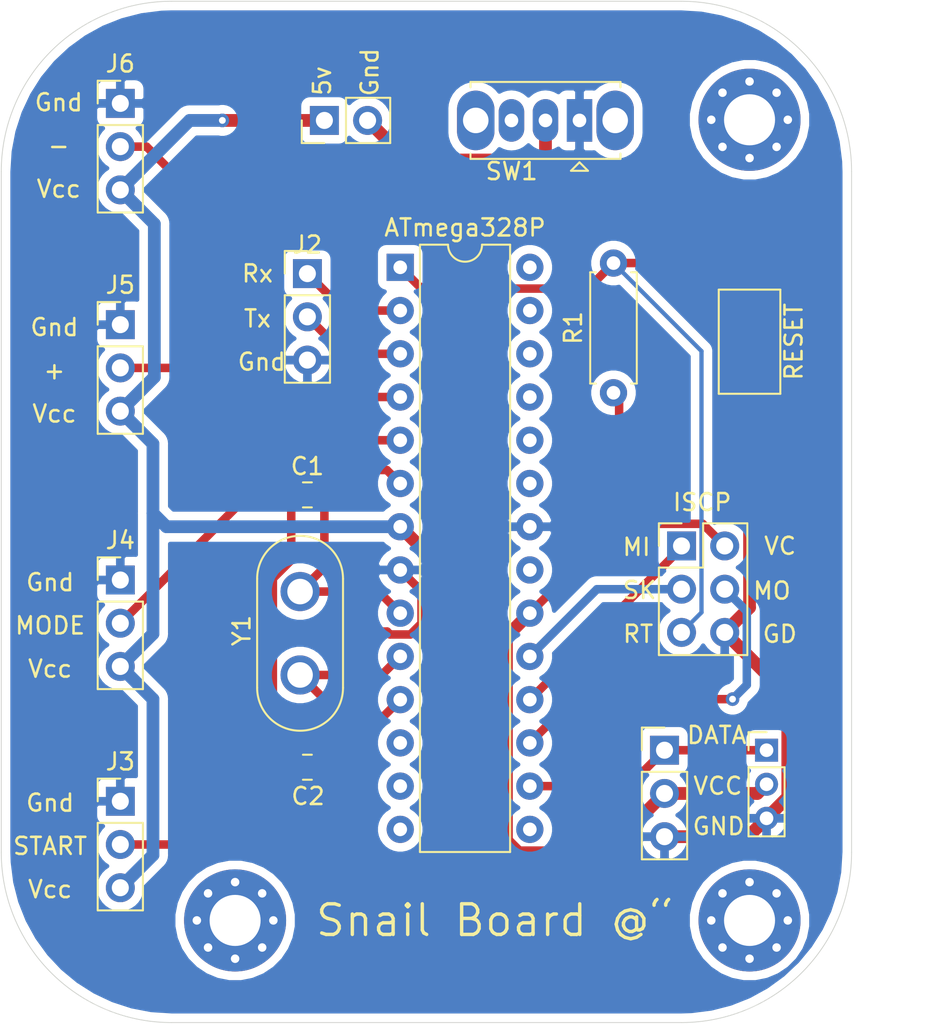
<source format=kicad_pcb>
(kicad_pcb (version 20171130) (host pcbnew "(5.1.10-1-10_14)")

  (general
    (thickness 1.6)
    (drawings 41)
    (tracks 104)
    (zones 0)
    (modules 19)
    (nets 29)
  )

  (page A4)
  (layers
    (0 F.Cu signal)
    (31 B.Cu signal hide)
    (32 B.Adhes user)
    (33 F.Adhes user)
    (34 B.Paste user)
    (35 F.Paste user)
    (36 B.SilkS user)
    (37 F.SilkS user)
    (38 B.Mask user)
    (39 F.Mask user)
    (40 Dwgs.User user)
    (41 Cmts.User user)
    (42 Eco1.User user)
    (43 Eco2.User user)
    (44 Edge.Cuts user)
    (45 Margin user)
    (46 B.CrtYd user)
    (47 F.CrtYd user)
    (48 B.Fab user)
    (49 F.Fab user)
  )

  (setup
    (last_trace_width 0.25)
    (user_trace_width 0.5)
    (user_trace_width 0.75)
    (user_trace_width 1)
    (trace_clearance 0.2)
    (zone_clearance 0.508)
    (zone_45_only no)
    (trace_min 0.2)
    (via_size 0.8)
    (via_drill 0.4)
    (via_min_size 0.4)
    (via_min_drill 0.3)
    (uvia_size 0.3)
    (uvia_drill 0.1)
    (uvias_allowed no)
    (uvia_min_size 0.2)
    (uvia_min_drill 0.1)
    (edge_width 0.05)
    (segment_width 0.2)
    (pcb_text_width 0.3)
    (pcb_text_size 1.5 1.5)
    (mod_edge_width 0.12)
    (mod_text_size 1 1)
    (mod_text_width 0.15)
    (pad_size 1.6 1.6)
    (pad_drill 0.8)
    (pad_to_mask_clearance 0)
    (aux_axis_origin 0 0)
    (visible_elements FFFFFF7F)
    (pcbplotparams
      (layerselection 0x010fc_ffffffff)
      (usegerberextensions false)
      (usegerberattributes true)
      (usegerberadvancedattributes true)
      (creategerberjobfile true)
      (excludeedgelayer true)
      (linewidth 0.100000)
      (plotframeref false)
      (viasonmask false)
      (mode 1)
      (useauxorigin false)
      (hpglpennumber 1)
      (hpglpenspeed 20)
      (hpglpendiameter 15.000000)
      (psnegative false)
      (psa4output false)
      (plotreference true)
      (plotvalue true)
      (plotinvisibletext false)
      (padsonsilk false)
      (subtractmaskfromsilk false)
      (outputformat 1)
      (mirror false)
      (drillshape 0)
      (scaleselection 1)
      (outputdirectory "export/"))
  )

  (net 0 "")
  (net 1 "Net-(328P1-Pad28)")
  (net 2 "Net-(328P1-Pad14)")
  (net 3 "Net-(328P1-Pad27)")
  (net 4 "Net-(328P1-Pad13)")
  (net 5 "Net-(328P1-Pad26)")
  (net 6 "Net-(328P1-Pad12)")
  (net 7 "Net-(328P1-Pad25)")
  (net 8 /MINUS_BUTTON_IN)
  (net 9 "Net-(328P1-Pad24)")
  (net 10 "Net-(328P1-Pad10)")
  (net 11 "Net-(328P1-Pad23)")
  (net 12 "Net-(328P1-Pad9)")
  (net 13 GND)
  (net 14 "Net-(328P1-Pad21)")
  (net 15 VCC)
  (net 16 /PLUS_BUTTON_IN)
  (net 17 /SCK)
  (net 18 /MODE_BUTTON_IN)
  (net 19 /MISO)
  (net 20 /START_BUTTON_IN)
  (net 21 /MOSI)
  (net 22 "Net-(328P1-Pad15)")
  (net 23 /RST)
  (net 24 /RGB_DATA)
  (net 25 /TX)
  (net 26 /RX)
  (net 27 "Net-(BATTERY_IN1-Pad2)")
  (net 28 "Net-(SW1-Pad3)")

  (net_class Default "This is the default net class."
    (clearance 0.2)
    (trace_width 0.25)
    (via_dia 0.8)
    (via_drill 0.4)
    (uvia_dia 0.3)
    (uvia_drill 0.1)
    (add_net /MINUS_BUTTON_IN)
    (add_net /MISO)
    (add_net /MODE_BUTTON_IN)
    (add_net /MOSI)
    (add_net /PLUS_BUTTON_IN)
    (add_net /RGB_DATA)
    (add_net /RST)
    (add_net /RX)
    (add_net /SCK)
    (add_net /START_BUTTON_IN)
    (add_net /TX)
    (add_net GND)
    (add_net "Net-(328P1-Pad10)")
    (add_net "Net-(328P1-Pad12)")
    (add_net "Net-(328P1-Pad13)")
    (add_net "Net-(328P1-Pad14)")
    (add_net "Net-(328P1-Pad15)")
    (add_net "Net-(328P1-Pad21)")
    (add_net "Net-(328P1-Pad23)")
    (add_net "Net-(328P1-Pad24)")
    (add_net "Net-(328P1-Pad25)")
    (add_net "Net-(328P1-Pad26)")
    (add_net "Net-(328P1-Pad27)")
    (add_net "Net-(328P1-Pad28)")
    (add_net "Net-(328P1-Pad9)")
    (add_net "Net-(BATTERY_IN1-Pad2)")
    (add_net "Net-(SW1-Pad3)")
    (add_net VCC)
  )

  (module MountingHole:MountingHole_3mm_Pad_Via (layer F.Cu) (tedit 56DDBED4) (tstamp 61F375AF)
    (at 144 124)
    (descr "Mounting Hole 3mm")
    (tags "mounting hole 3mm")
    (attr virtual)
    (fp_text reference REF** (at 0 -4) (layer F.SilkS) hide
      (effects (font (size 1 1) (thickness 0.15)))
    )
    (fp_text value MountingHole_3mm_Pad_Via (at 0 4) (layer F.Fab)
      (effects (font (size 1 1) (thickness 0.15)))
    )
    (fp_circle (center 0 0) (end 3.25 0) (layer F.CrtYd) (width 0.05))
    (fp_circle (center 0 0) (end 3 0) (layer Cmts.User) (width 0.15))
    (fp_text user %R (at 0.3 0) (layer F.Fab)
      (effects (font (size 1 1) (thickness 0.15)))
    )
    (pad 1 thru_hole circle (at 1.59099 -1.59099) (size 0.8 0.8) (drill 0.5) (layers *.Cu *.Mask))
    (pad 1 thru_hole circle (at 0 -2.25) (size 0.8 0.8) (drill 0.5) (layers *.Cu *.Mask))
    (pad 1 thru_hole circle (at -1.59099 -1.59099) (size 0.8 0.8) (drill 0.5) (layers *.Cu *.Mask))
    (pad 1 thru_hole circle (at -2.25 0) (size 0.8 0.8) (drill 0.5) (layers *.Cu *.Mask))
    (pad 1 thru_hole circle (at -1.59099 1.59099) (size 0.8 0.8) (drill 0.5) (layers *.Cu *.Mask))
    (pad 1 thru_hole circle (at 0 2.25) (size 0.8 0.8) (drill 0.5) (layers *.Cu *.Mask))
    (pad 1 thru_hole circle (at 1.59099 1.59099) (size 0.8 0.8) (drill 0.5) (layers *.Cu *.Mask))
    (pad 1 thru_hole circle (at 2.25 0) (size 0.8 0.8) (drill 0.5) (layers *.Cu *.Mask))
    (pad 1 thru_hole circle (at 0 0) (size 6 6) (drill 3) (layers *.Cu *.Mask))
  )

  (module MountingHole:MountingHole_3mm_Pad_Via (layer F.Cu) (tedit 56DDBED4) (tstamp 61F37500)
    (at 113.75 124)
    (descr "Mounting Hole 3mm")
    (tags "mounting hole 3mm")
    (attr virtual)
    (fp_text reference REF** (at 0 -4) (layer F.SilkS) hide
      (effects (font (size 1 1) (thickness 0.15)))
    )
    (fp_text value MountingHole_3mm_Pad_Via (at 0 4) (layer F.Fab)
      (effects (font (size 1 1) (thickness 0.15)))
    )
    (fp_circle (center 0 0) (end 3.25 0) (layer F.CrtYd) (width 0.05))
    (fp_circle (center 0 0) (end 3 0) (layer Cmts.User) (width 0.15))
    (fp_text user %R (at 0.3 0) (layer F.Fab)
      (effects (font (size 1 1) (thickness 0.15)))
    )
    (pad 1 thru_hole circle (at 1.59099 -1.59099) (size 0.8 0.8) (drill 0.5) (layers *.Cu *.Mask))
    (pad 1 thru_hole circle (at 0 -2.25) (size 0.8 0.8) (drill 0.5) (layers *.Cu *.Mask))
    (pad 1 thru_hole circle (at -1.59099 -1.59099) (size 0.8 0.8) (drill 0.5) (layers *.Cu *.Mask))
    (pad 1 thru_hole circle (at -2.25 0) (size 0.8 0.8) (drill 0.5) (layers *.Cu *.Mask))
    (pad 1 thru_hole circle (at -1.59099 1.59099) (size 0.8 0.8) (drill 0.5) (layers *.Cu *.Mask))
    (pad 1 thru_hole circle (at 0 2.25) (size 0.8 0.8) (drill 0.5) (layers *.Cu *.Mask))
    (pad 1 thru_hole circle (at 1.59099 1.59099) (size 0.8 0.8) (drill 0.5) (layers *.Cu *.Mask))
    (pad 1 thru_hole circle (at 2.25 0) (size 0.8 0.8) (drill 0.5) (layers *.Cu *.Mask))
    (pad 1 thru_hole circle (at 0 0) (size 6 6) (drill 3) (layers *.Cu *.Mask))
  )

  (module MountingHole:MountingHole_3mm_Pad_Via (layer F.Cu) (tedit 56DDBED4) (tstamp 61F37368)
    (at 144 76.962)
    (descr "Mounting Hole 3mm")
    (tags "mounting hole 3mm")
    (attr virtual)
    (fp_text reference REF** (at -1.27 -4.572) (layer F.SilkS) hide
      (effects (font (size 1 1) (thickness 0.15)))
    )
    (fp_text value MountingHole_3mm_Pad_Via (at 0 4) (layer F.Fab)
      (effects (font (size 1 1) (thickness 0.15)))
    )
    (fp_circle (center 0 0) (end 3.25 0) (layer F.CrtYd) (width 0.05))
    (fp_circle (center 0 0) (end 3 0) (layer Cmts.User) (width 0.15))
    (fp_text user %R (at 0.3 0) (layer F.Fab)
      (effects (font (size 1 1) (thickness 0.15)))
    )
    (pad 1 thru_hole circle (at 1.59099 -1.59099) (size 0.8 0.8) (drill 0.5) (layers *.Cu *.Mask))
    (pad 1 thru_hole circle (at 0 -2.25) (size 0.8 0.8) (drill 0.5) (layers *.Cu *.Mask))
    (pad 1 thru_hole circle (at -1.59099 -1.59099) (size 0.8 0.8) (drill 0.5) (layers *.Cu *.Mask))
    (pad 1 thru_hole circle (at -2.25 0) (size 0.8 0.8) (drill 0.5) (layers *.Cu *.Mask))
    (pad 1 thru_hole circle (at -1.59099 1.59099) (size 0.8 0.8) (drill 0.5) (layers *.Cu *.Mask))
    (pad 1 thru_hole circle (at 0 2.25) (size 0.8 0.8) (drill 0.5) (layers *.Cu *.Mask))
    (pad 1 thru_hole circle (at 1.59099 1.59099) (size 0.8 0.8) (drill 0.5) (layers *.Cu *.Mask))
    (pad 1 thru_hole circle (at 2.25 0) (size 0.8 0.8) (drill 0.5) (layers *.Cu *.Mask))
    (pad 1 thru_hole circle (at 0 0) (size 6 6) (drill 3) (layers *.Cu *.Mask))
  )

  (module Connector_PinHeader_2.54mm:PinHeader_1x03_P2.54mm_Vertical (layer F.Cu) (tedit 61F3601E) (tstamp 61F275B9)
    (at 118 86)
    (descr "Through hole straight pin header, 1x03, 2.54mm pitch, single row")
    (tags "Through hole pin header THT 1x03 2.54mm single row")
    (path /61F6ED1C)
    (fp_text reference J2 (at 0 -1.695) (layer F.SilkS)
      (effects (font (size 1 1) (thickness 0.15)))
    )
    (fp_text value SERIAL (at 0 2.965) (layer F.Fab)
      (effects (font (size 1 1) (thickness 0.15)))
    )
    (fp_line (start 1.8 -1.8) (end -1.8 -1.8) (layer F.CrtYd) (width 0.05))
    (fp_line (start 1.8 6.85) (end 1.8 -1.8) (layer F.CrtYd) (width 0.05))
    (fp_line (start -1.8 6.85) (end 1.8 6.85) (layer F.CrtYd) (width 0.05))
    (fp_line (start -1.8 -1.8) (end -1.8 6.85) (layer F.CrtYd) (width 0.05))
    (fp_line (start -1.33 -1.33) (end 0 -1.33) (layer F.SilkS) (width 0.12))
    (fp_line (start -1.33 0) (end -1.33 -1.33) (layer F.SilkS) (width 0.12))
    (fp_line (start -1.33 1.27) (end 1.33 1.27) (layer F.SilkS) (width 0.12))
    (fp_line (start 1.33 1.27) (end 1.33 6.41) (layer F.SilkS) (width 0.12))
    (fp_line (start -1.33 1.27) (end -1.33 6.41) (layer F.SilkS) (width 0.12))
    (fp_line (start -1.33 6.41) (end 1.33 6.41) (layer F.SilkS) (width 0.12))
    (fp_line (start -1.27 -0.635) (end -0.635 -1.27) (layer F.Fab) (width 0.1))
    (fp_line (start -1.27 6.35) (end -1.27 -0.635) (layer F.Fab) (width 0.1))
    (fp_line (start 1.27 6.35) (end -1.27 6.35) (layer F.Fab) (width 0.1))
    (fp_line (start 1.27 -1.27) (end 1.27 6.35) (layer F.Fab) (width 0.1))
    (fp_line (start -0.635 -1.27) (end 1.27 -1.27) (layer F.Fab) (width 0.1))
    (fp_text user %R (at 0 0.635 90) (layer F.Fab)
      (effects (font (size 1 1) (thickness 0.15)))
    )
    (pad 3 thru_hole oval (at 0 5.08) (size 1.7 1.7) (drill 1) (layers *.Cu *.Mask)
      (net 13 GND))
    (pad 2 thru_hole oval (at 0 2.54) (size 1.7 1.7) (drill 1) (layers *.Cu *.Mask)
      (net 25 /TX))
    (pad 1 thru_hole rect (at 0 0) (size 1.7 1.7) (drill 1) (layers *.Cu *.Mask)
      (net 26 /RX))
    (model ${KISYS3DMOD}/Connector_PinHeader_2.54mm.3dshapes/PinHeader_1x03_P2.54mm_Vertical.wrl
      (at (xyz 0 0 0))
      (scale (xyz 1 1 1))
      (rotate (xyz 0 0 0))
    )
  )

  (module Connector_PinHeader_2.00mm:PinHeader_1x03_P2.00mm_Vertical (layer F.Cu) (tedit 59FED667) (tstamp 61F27647)
    (at 145 114)
    (descr "Through hole straight pin header, 1x03, 2.00mm pitch, single row")
    (tags "Through hole pin header THT 1x03 2.00mm single row")
    (path /61F6FC7E)
    (fp_text reference J8 (at -0.02188 -2.00886) (layer F.SilkS) hide
      (effects (font (size 1 1) (thickness 0.15)))
    )
    (fp_text value RGB_SMALL (at 0 3.56) (layer F.Fab)
      (effects (font (size 1 1) (thickness 0.15)))
    )
    (fp_line (start 1.5 -1.5) (end -1.5 -1.5) (layer F.CrtYd) (width 0.05))
    (fp_line (start 1.5 5.5) (end 1.5 -1.5) (layer F.CrtYd) (width 0.05))
    (fp_line (start -1.5 5.5) (end 1.5 5.5) (layer F.CrtYd) (width 0.05))
    (fp_line (start -1.5 -1.5) (end -1.5 5.5) (layer F.CrtYd) (width 0.05))
    (fp_line (start -1.06 -1.06) (end 0 -1.06) (layer F.SilkS) (width 0.12))
    (fp_line (start -1.06 0) (end -1.06 -1.06) (layer F.SilkS) (width 0.12))
    (fp_line (start -1.06 1) (end 1.06 1) (layer F.SilkS) (width 0.12))
    (fp_line (start 1.06 1) (end 1.06 5.06) (layer F.SilkS) (width 0.12))
    (fp_line (start -1.06 1) (end -1.06 5.06) (layer F.SilkS) (width 0.12))
    (fp_line (start -1.06 5.06) (end 1.06 5.06) (layer F.SilkS) (width 0.12))
    (fp_line (start -1 -0.5) (end -0.5 -1) (layer F.Fab) (width 0.1))
    (fp_line (start -1 5) (end -1 -0.5) (layer F.Fab) (width 0.1))
    (fp_line (start 1 5) (end -1 5) (layer F.Fab) (width 0.1))
    (fp_line (start 1 -1) (end 1 5) (layer F.Fab) (width 0.1))
    (fp_line (start -0.5 -1) (end 1 -1) (layer F.Fab) (width 0.1))
    (fp_text user %R (at 0 1 90) (layer F.Fab)
      (effects (font (size 0.76 0.76) (thickness 0.114)))
    )
    (pad 3 thru_hole oval (at 0 4) (size 1.35 1.35) (drill 0.8) (layers *.Cu *.Mask)
      (net 13 GND))
    (pad 2 thru_hole oval (at 0 2) (size 1.35 1.35) (drill 0.8) (layers *.Cu *.Mask)
      (net 15 VCC))
    (pad 1 thru_hole rect (at 0 0) (size 1.35 1.35) (drill 0.8) (layers *.Cu *.Mask)
      (net 24 /RGB_DATA))
    (model ${KISYS3DMOD}/Connector_PinHeader_2.00mm.3dshapes/PinHeader_1x03_P2.00mm_Vertical.wrl
      (at (xyz 0 0 0))
      (scale (xyz 1 1 1))
      (rotate (xyz 0 0 0))
    )
  )

  (module Connector_PinHeader_2.54mm:PinHeader_1x03_P2.54mm_Vertical (layer F.Cu) (tedit 59FED5CC) (tstamp 61F2762E)
    (at 139 114)
    (descr "Through hole straight pin header, 1x03, 2.54mm pitch, single row")
    (tags "Through hole pin header THT 1x03 2.54mm single row")
    (path /61F15799)
    (fp_text reference DATA (at 3.06474 -0.88364) (layer F.SilkS)
      (effects (font (size 1 1) (thickness 0.15)))
    )
    (fp_text value RGB_BIG (at 0 4.235) (layer F.Fab)
      (effects (font (size 1 1) (thickness 0.15)))
    )
    (fp_line (start 1.8 -1.8) (end -1.8 -1.8) (layer F.CrtYd) (width 0.05))
    (fp_line (start 1.8 6.85) (end 1.8 -1.8) (layer F.CrtYd) (width 0.05))
    (fp_line (start -1.8 6.85) (end 1.8 6.85) (layer F.CrtYd) (width 0.05))
    (fp_line (start -1.8 -1.8) (end -1.8 6.85) (layer F.CrtYd) (width 0.05))
    (fp_line (start -1.33 -1.33) (end 0 -1.33) (layer F.SilkS) (width 0.12))
    (fp_line (start -1.33 0) (end -1.33 -1.33) (layer F.SilkS) (width 0.12))
    (fp_line (start -1.33 1.27) (end 1.33 1.27) (layer F.SilkS) (width 0.12))
    (fp_line (start 1.33 1.27) (end 1.33 6.41) (layer F.SilkS) (width 0.12))
    (fp_line (start -1.33 1.27) (end -1.33 6.41) (layer F.SilkS) (width 0.12))
    (fp_line (start -1.33 6.41) (end 1.33 6.41) (layer F.SilkS) (width 0.12))
    (fp_line (start -1.27 -0.635) (end -0.635 -1.27) (layer F.Fab) (width 0.1))
    (fp_line (start -1.27 6.35) (end -1.27 -0.635) (layer F.Fab) (width 0.1))
    (fp_line (start 1.27 6.35) (end -1.27 6.35) (layer F.Fab) (width 0.1))
    (fp_line (start 1.27 -1.27) (end 1.27 6.35) (layer F.Fab) (width 0.1))
    (fp_line (start -0.635 -1.27) (end 1.27 -1.27) (layer F.Fab) (width 0.1))
    (fp_text user %R (at 0 1.27 90) (layer F.Fab)
      (effects (font (size 1 1) (thickness 0.15)))
    )
    (pad 3 thru_hole oval (at 0 5.08) (size 1.7 1.7) (drill 1) (layers *.Cu *.Mask)
      (net 13 GND))
    (pad 2 thru_hole oval (at 0 2.54) (size 1.7 1.7) (drill 1) (layers *.Cu *.Mask)
      (net 15 VCC))
    (pad 1 thru_hole rect (at 0 0) (size 1.7 1.7) (drill 1) (layers *.Cu *.Mask)
      (net 24 /RGB_DATA))
    (model ${KISYS3DMOD}/Connector_PinHeader_2.54mm.3dshapes/PinHeader_1x03_P2.54mm_Vertical.wrl
      (at (xyz 0 0 0))
      (scale (xyz 1 1 1))
      (rotate (xyz 0 0 0))
    )
  )

  (module Connector_PinHeader_2.54mm:PinHeader_2x03_P2.54mm_Vertical (layer F.Cu) (tedit 59FED5CC) (tstamp 61F275A1)
    (at 140 102)
    (descr "Through hole straight pin header, 2x03, 2.54mm pitch, double rows")
    (tags "Through hole pin header THT 2x03 2.54mm double row")
    (path /61F10B58)
    (fp_text reference ISCP (at 1.21638 -2.56408) (layer F.SilkS)
      (effects (font (size 1 1) (thickness 0.15)))
    )
    (fp_text value ICSP (at 0.635 4.235) (layer F.Fab)
      (effects (font (size 1 1) (thickness 0.15)))
    )
    (fp_line (start 4.35 -1.8) (end -1.8 -1.8) (layer F.CrtYd) (width 0.05))
    (fp_line (start 4.35 6.85) (end 4.35 -1.8) (layer F.CrtYd) (width 0.05))
    (fp_line (start -1.8 6.85) (end 4.35 6.85) (layer F.CrtYd) (width 0.05))
    (fp_line (start -1.8 -1.8) (end -1.8 6.85) (layer F.CrtYd) (width 0.05))
    (fp_line (start -1.33 -1.33) (end 0 -1.33) (layer F.SilkS) (width 0.12))
    (fp_line (start -1.33 0) (end -1.33 -1.33) (layer F.SilkS) (width 0.12))
    (fp_line (start 1.27 -1.33) (end 3.87 -1.33) (layer F.SilkS) (width 0.12))
    (fp_line (start 1.27 1.27) (end 1.27 -1.33) (layer F.SilkS) (width 0.12))
    (fp_line (start -1.33 1.27) (end 1.27 1.27) (layer F.SilkS) (width 0.12))
    (fp_line (start 3.87 -1.33) (end 3.87 6.41) (layer F.SilkS) (width 0.12))
    (fp_line (start -1.33 1.27) (end -1.33 6.41) (layer F.SilkS) (width 0.12))
    (fp_line (start -1.33 6.41) (end 3.87 6.41) (layer F.SilkS) (width 0.12))
    (fp_line (start -1.27 0) (end 0 -1.27) (layer F.Fab) (width 0.1))
    (fp_line (start -1.27 6.35) (end -1.27 0) (layer F.Fab) (width 0.1))
    (fp_line (start 3.81 6.35) (end -1.27 6.35) (layer F.Fab) (width 0.1))
    (fp_line (start 3.81 -1.27) (end 3.81 6.35) (layer F.Fab) (width 0.1))
    (fp_line (start 0 -1.27) (end 3.81 -1.27) (layer F.Fab) (width 0.1))
    (fp_text user %R (at 0.635 1.27 90) (layer F.Fab)
      (effects (font (size 1 1) (thickness 0.15)))
    )
    (pad 6 thru_hole oval (at 2.54 5.08) (size 1.7 1.7) (drill 1) (layers *.Cu *.Mask)
      (net 13 GND))
    (pad 5 thru_hole oval (at 0 5.08) (size 1.7 1.7) (drill 1) (layers *.Cu *.Mask)
      (net 23 /RST))
    (pad 4 thru_hole oval (at 2.54 2.54) (size 1.7 1.7) (drill 1) (layers *.Cu *.Mask)
      (net 21 /MOSI))
    (pad 3 thru_hole oval (at 0 2.54) (size 1.7 1.7) (drill 1) (layers *.Cu *.Mask)
      (net 17 /SCK))
    (pad 2 thru_hole oval (at 2.54 0) (size 1.7 1.7) (drill 1) (layers *.Cu *.Mask)
      (net 15 VCC))
    (pad 1 thru_hole rect (at 0 0) (size 1.7 1.7) (drill 1) (layers *.Cu *.Mask)
      (net 19 /MISO))
    (model ${KISYS3DMOD}/Connector_PinHeader_2.54mm.3dshapes/PinHeader_2x03_P2.54mm_Vertical.wrl
      (at (xyz 0 0 0))
      (scale (xyz 1 1 1))
      (rotate (xyz 0 0 0))
    )
  )

  (module Connector_PinHeader_2.54mm:PinHeader_1x02_P2.54mm_Vertical (layer F.Cu) (tedit 59FED5CC) (tstamp 61F2755E)
    (at 119 77 90)
    (descr "Through hole straight pin header, 1x02, 2.54mm pitch, single row")
    (tags "Through hole pin header THT 1x02 2.54mm single row")
    (path /61F2C111)
    (fp_text reference 5v (at 2.324 -0.128 90) (layer F.SilkS)
      (effects (font (size 1 1) (thickness 0.15)))
    )
    (fp_text value Battery_Cell (at 0 2.965 90) (layer F.Fab)
      (effects (font (size 1 1) (thickness 0.15)))
    )
    (fp_line (start 1.8 -1.8) (end -1.8 -1.8) (layer F.CrtYd) (width 0.05))
    (fp_line (start 1.8 4.35) (end 1.8 -1.8) (layer F.CrtYd) (width 0.05))
    (fp_line (start -1.8 4.35) (end 1.8 4.35) (layer F.CrtYd) (width 0.05))
    (fp_line (start -1.8 -1.8) (end -1.8 4.35) (layer F.CrtYd) (width 0.05))
    (fp_line (start -1.33 -1.33) (end 0 -1.33) (layer F.SilkS) (width 0.12))
    (fp_line (start -1.33 0) (end -1.33 -1.33) (layer F.SilkS) (width 0.12))
    (fp_line (start -1.33 1.27) (end 1.33 1.27) (layer F.SilkS) (width 0.12))
    (fp_line (start 1.33 1.27) (end 1.33 3.87) (layer F.SilkS) (width 0.12))
    (fp_line (start -1.33 1.27) (end -1.33 3.87) (layer F.SilkS) (width 0.12))
    (fp_line (start -1.33 3.87) (end 1.33 3.87) (layer F.SilkS) (width 0.12))
    (fp_line (start -1.27 -0.635) (end -0.635 -1.27) (layer F.Fab) (width 0.1))
    (fp_line (start -1.27 3.81) (end -1.27 -0.635) (layer F.Fab) (width 0.1))
    (fp_line (start 1.27 3.81) (end -1.27 3.81) (layer F.Fab) (width 0.1))
    (fp_line (start 1.27 -1.27) (end 1.27 3.81) (layer F.Fab) (width 0.1))
    (fp_line (start -0.635 -1.27) (end 1.27 -1.27) (layer F.Fab) (width 0.1))
    (fp_text user %R (at 0 0.635) (layer F.Fab)
      (effects (font (size 1 1) (thickness 0.15)))
    )
    (pad 2 thru_hole oval (at 0 2.54 90) (size 1.7 1.7) (drill 1) (layers *.Cu *.Mask)
      (net 27 "Net-(BATTERY_IN1-Pad2)"))
    (pad 1 thru_hole rect (at 0 0 90) (size 1.7 1.7) (drill 1) (layers *.Cu *.Mask)
      (net 15 VCC))
    (model ${KISYS3DMOD}/Connector_PinHeader_2.54mm.3dshapes/PinHeader_1x02_P2.54mm_Vertical.wrl
      (at (xyz 0 0 0))
      (scale (xyz 1 1 1))
      (rotate (xyz 0 0 0))
    )
  )

  (module Crystal:Crystal_HC50_Vertical (layer F.Cu) (tedit 5A1AD3B8) (tstamp 61F276B5)
    (at 117.57 104.68 270)
    (descr "Crystal THT HC-50, http://www.crovencrystals.com/croven_pdf/HC-50_Crystal_Holder_Rev_00.pdf")
    (tags "THT crystalHC-50")
    (path /61F49417)
    (fp_text reference Y1 (at 2.28956 3.4351 90) (layer F.SilkS)
      (effects (font (size 1 1) (thickness 0.15)))
    )
    (fp_text value Crystal (at 2.45 3.525 90) (layer F.Fab)
      (effects (font (size 1 1) (thickness 0.15)))
    )
    (fp_line (start 8.5 -2.8) (end -3.6 -2.8) (layer F.CrtYd) (width 0.05))
    (fp_line (start 8.5 2.8) (end 8.5 -2.8) (layer F.CrtYd) (width 0.05))
    (fp_line (start -3.6 2.8) (end 8.5 2.8) (layer F.CrtYd) (width 0.05))
    (fp_line (start -3.6 -2.8) (end -3.6 2.8) (layer F.CrtYd) (width 0.05))
    (fp_line (start -0.75 2.525) (end 5.65 2.525) (layer F.SilkS) (width 0.12))
    (fp_line (start -0.75 -2.525) (end 5.65 -2.525) (layer F.SilkS) (width 0.12))
    (fp_line (start -0.75 1.9) (end 5.65 1.9) (layer F.Fab) (width 0.1))
    (fp_line (start -0.75 -1.9) (end 5.65 -1.9) (layer F.Fab) (width 0.1))
    (fp_line (start -0.75 2.325) (end 5.65 2.325) (layer F.Fab) (width 0.1))
    (fp_line (start -0.75 -2.325) (end 5.65 -2.325) (layer F.Fab) (width 0.1))
    (fp_arc (start 5.65 0) (end 5.65 -2.525) (angle 180) (layer F.SilkS) (width 0.12))
    (fp_arc (start -0.75 0) (end -0.75 -2.525) (angle -180) (layer F.SilkS) (width 0.12))
    (fp_arc (start 5.65 0) (end 5.65 -1.9) (angle 180) (layer F.Fab) (width 0.1))
    (fp_arc (start -0.75 0) (end -0.75 -1.9) (angle -180) (layer F.Fab) (width 0.1))
    (fp_arc (start 5.65 0) (end 5.65 -2.325) (angle 180) (layer F.Fab) (width 0.1))
    (fp_arc (start -0.75 0) (end -0.75 -2.325) (angle -180) (layer F.Fab) (width 0.1))
    (fp_text user %R (at 2.45 0 90) (layer F.Fab)
      (effects (font (size 1 1) (thickness 0.15)))
    )
    (pad 2 thru_hole circle (at 4.9 0 270) (size 2.3 2.3) (drill 1.5) (layers *.Cu *.Mask)
      (net 10 "Net-(328P1-Pad10)"))
    (pad 1 thru_hole circle (at 0 0 270) (size 2.3 2.3) (drill 1.5) (layers *.Cu *.Mask)
      (net 12 "Net-(328P1-Pad9)"))
    (model ${KISYS3DMOD}/Crystal.3dshapes/Crystal_HC50_Vertical.wrl
      (at (xyz 0 0 0))
      (scale (xyz 1 1 1))
      (rotate (xyz 0 0 0))
    )
  )

  (module Button_Switch_SMD:SW_SPST_FSMSM (layer F.Cu) (tedit 61F35F58) (tstamp 61F2769E)
    (at 144 90 270)
    (descr http://www.te.com/commerce/DocumentDelivery/DDEController?Action=srchrtrv&DocNm=1437566-3&DocType=Customer+Drawing&DocLang=English)
    (tags "SPST button tactile switch")
    (path /61FBDB6D)
    (attr smd)
    (fp_text reference RESET (at 0 -2.6 90) (layer F.SilkS)
      (effects (font (size 1 1) (thickness 0.15)))
    )
    (fp_text value RESET (at 0 3 90) (layer F.Fab)
      (effects (font (size 1 1) (thickness 0.15)))
    )
    (fp_line (start -5.95 -2) (end 5.95 -2) (layer F.CrtYd) (width 0.05))
    (fp_line (start -5.95 -2) (end -5.95 2) (layer F.CrtYd) (width 0.05))
    (fp_line (start 3 -1.75) (end 3 1.75) (layer F.Fab) (width 0.1))
    (fp_line (start -3 -1.75) (end -3 1.75) (layer F.Fab) (width 0.1))
    (fp_line (start -3 -1.75) (end 3 -1.75) (layer F.Fab) (width 0.1))
    (fp_line (start -3 1.75) (end 3 1.75) (layer F.Fab) (width 0.1))
    (fp_line (start 5.95 -2) (end 5.95 2) (layer F.CrtYd) (width 0.05))
    (fp_line (start -5.95 2) (end 5.95 2) (layer F.CrtYd) (width 0.05))
    (fp_line (start -1.5 -0.8) (end -1.5 0.8) (layer F.Fab) (width 0.1))
    (fp_line (start 1.5 -0.8) (end 1.5 0.8) (layer F.Fab) (width 0.1))
    (fp_line (start -1.5 -0.8) (end 1.5 -0.8) (layer F.Fab) (width 0.1))
    (fp_line (start -1.5 0.8) (end 1.5 0.8) (layer F.Fab) (width 0.1))
    (fp_line (start -3.06 1.81) (end -3.06 -1.81) (layer F.SilkS) (width 0.12))
    (fp_line (start 3.06 1.81) (end -3.06 1.81) (layer F.SilkS) (width 0.12))
    (fp_line (start 3.06 -1.81) (end 3.06 1.81) (layer F.SilkS) (width 0.12))
    (fp_line (start -3.06 -1.81) (end 3.06 -1.81) (layer F.SilkS) (width 0.12))
    (fp_line (start -1.75 1) (end -1.75 -1) (layer F.Fab) (width 0.1))
    (fp_line (start 1.75 1) (end -1.75 1) (layer F.Fab) (width 0.1))
    (fp_line (start 1.75 -1) (end 1.75 1) (layer F.Fab) (width 0.1))
    (fp_line (start -1.75 -1) (end 1.75 -1) (layer F.Fab) (width 0.1))
    (fp_text user RESET (at -0.0586 -4.36648 90) (layer F.Fab)
      (effects (font (size 1 1) (thickness 0.15)))
    )
    (pad 2 smd rect (at 4.59 0 270) (size 2.18 1.6) (layers F.Cu F.Paste F.Mask)
      (net 13 GND))
    (pad 1 smd rect (at -4.59 0 270) (size 2.18 1.6) (layers F.Cu F.Paste F.Mask)
      (net 23 /RST))
    (model ${KISYS3DMOD}/Button_Switch_SMD.3dshapes/SW_SPST_FSMSM.wrl
      (at (xyz 0 0 0))
      (scale (xyz 1 1 1))
      (rotate (xyz 0 0 0))
    )
  )

  (module Button_Switch_THT:SW_Slide_1P2T_CK_OS102011MS2Q (layer F.Cu) (tedit 5C5044D5) (tstamp 61F27683)
    (at 134 77 180)
    (descr "CuK miniature slide switch, OS series, SPDT, https://www.ckswitches.com/media/1428/os.pdf")
    (tags "switch SPDT")
    (path /61F69DE1)
    (fp_text reference SW1 (at 3.99 -2.99) (layer F.SilkS)
      (effects (font (size 1 1) (thickness 0.15)))
    )
    (fp_text value SW_SPDT (at 2 3) (layer F.Fab)
      (effects (font (size 1 1) (thickness 0.15)))
    )
    (fp_line (start 0.5 -2.96) (end -0.5 -2.96) (layer F.SilkS) (width 0.12))
    (fp_line (start 0 -2.46) (end 0.5 -2.96) (layer F.SilkS) (width 0.12))
    (fp_line (start -0.5 -2.96) (end 0 -2.46) (layer F.SilkS) (width 0.12))
    (fp_line (start 0 -1.65) (end 0.5 -2.15) (layer F.Fab) (width 0.1))
    (fp_line (start -0.5 -2.15) (end 0 -1.65) (layer F.Fab) (width 0.1))
    (fp_line (start -3.45 2.4) (end -3.45 -2.4) (layer B.CrtYd) (width 0.05))
    (fp_line (start 7.45 2.4) (end -3.45 2.4) (layer B.CrtYd) (width 0.05))
    (fp_line (start 7.45 -2.4) (end 7.45 2.4) (layer B.CrtYd) (width 0.05))
    (fp_line (start -3.45 -2.4) (end 7.45 -2.4) (layer B.CrtYd) (width 0.05))
    (fp_line (start 6.41 2.26) (end 6.41 1.95) (layer F.SilkS) (width 0.12))
    (fp_line (start -2.41 2.26) (end -2.41 1.95) (layer F.SilkS) (width 0.12))
    (fp_line (start -2.41 -1.95) (end -2.41 -2.26) (layer F.SilkS) (width 0.12))
    (fp_line (start 6.41 2.26) (end -2.41 2.26) (layer F.SilkS) (width 0.12))
    (fp_line (start 6.41 -2.26) (end 6.41 -1.95) (layer F.SilkS) (width 0.12))
    (fp_line (start -2.41 -2.26) (end 6.41 -2.26) (layer F.SilkS) (width 0.12))
    (fp_line (start -2.3 -2.15) (end -0.5 -2.15) (layer F.Fab) (width 0.1))
    (fp_line (start 2 -1) (end 2 1) (layer F.Fab) (width 0.1))
    (fp_line (start 1.34 -1) (end 1.34 1) (layer F.Fab) (width 0.1))
    (fp_line (start 0.66 -1) (end 0.66 1) (layer F.Fab) (width 0.1))
    (fp_line (start 0 -1) (end 0 1) (layer F.Fab) (width 0.1))
    (fp_line (start 0 1) (end 4 1) (layer F.Fab) (width 0.1))
    (fp_line (start 4 -1) (end 4 1) (layer F.Fab) (width 0.1))
    (fp_line (start 0 -1) (end 4 -1) (layer F.Fab) (width 0.1))
    (fp_line (start -2.3 2.15) (end -2.3 -2.15) (layer F.Fab) (width 0.1))
    (fp_line (start 6.3 2.15) (end -2.3 2.15) (layer F.Fab) (width 0.1))
    (fp_line (start 6.3 -2.15) (end 6.3 2.15) (layer F.Fab) (width 0.1))
    (fp_line (start 0.5 -2.15) (end 6.3 -2.15) (layer F.Fab) (width 0.1))
    (fp_text user %R (at 3.99 -2.99) (layer F.Fab)
      (effects (font (size 1 1) (thickness 0.15)))
    )
    (pad "" thru_hole oval (at 6.1 0 180) (size 2.2 3.5) (drill 1.5) (layers *.Cu *.Mask))
    (pad "" thru_hole oval (at -2.1 0 180) (size 2.2 3.5) (drill 1.5) (layers *.Cu *.Mask))
    (pad 3 thru_hole oval (at 4 0 180) (size 1.5 2.5) (drill 0.8) (layers *.Cu *.Mask)
      (net 28 "Net-(SW1-Pad3)"))
    (pad 2 thru_hole oval (at 2 0 180) (size 1.5 2.5) (drill 0.8) (layers *.Cu *.Mask)
      (net 27 "Net-(BATTERY_IN1-Pad2)"))
    (pad 1 thru_hole rect (at 0 0 180) (size 1.5 2.5) (drill 0.8) (layers *.Cu *.Mask)
      (net 13 GND))
    (model ${KISYS3DMOD}/Button_Switch_THT.3dshapes/SW_Slide_1P2T_CK_OS102011MS2Q.wrl
      (at (xyz 0 0 0))
      (scale (xyz 1 1 1))
      (rotate (xyz 0 0 0))
    )
  )

  (module Resistor_THT:R_Axial_DIN0207_L6.3mm_D2.5mm_P7.62mm_Horizontal (layer F.Cu) (tedit 5AE5139B) (tstamp 61F2765E)
    (at 136 93 90)
    (descr "Resistor, Axial_DIN0207 series, Axial, Horizontal, pin pitch=7.62mm, 0.25W = 1/4W, length*diameter=6.3*2.5mm^2, http://cdn-reichelt.de/documents/datenblatt/B400/1_4W%23YAG.pdf")
    (tags "Resistor Axial_DIN0207 series Axial Horizontal pin pitch 7.62mm 0.25W = 1/4W length 6.3mm diameter 2.5mm")
    (path /61F120DB)
    (fp_text reference R1 (at 3.81 -2.37 90) (layer F.SilkS)
      (effects (font (size 1 1) (thickness 0.15)))
    )
    (fp_text value R (at 3.81 2.37 90) (layer F.Fab)
      (effects (font (size 1 1) (thickness 0.15)))
    )
    (fp_line (start 8.67 -1.5) (end -1.05 -1.5) (layer F.CrtYd) (width 0.05))
    (fp_line (start 8.67 1.5) (end 8.67 -1.5) (layer F.CrtYd) (width 0.05))
    (fp_line (start -1.05 1.5) (end 8.67 1.5) (layer F.CrtYd) (width 0.05))
    (fp_line (start -1.05 -1.5) (end -1.05 1.5) (layer F.CrtYd) (width 0.05))
    (fp_line (start 7.08 1.37) (end 7.08 1.04) (layer F.SilkS) (width 0.12))
    (fp_line (start 0.54 1.37) (end 7.08 1.37) (layer F.SilkS) (width 0.12))
    (fp_line (start 0.54 1.04) (end 0.54 1.37) (layer F.SilkS) (width 0.12))
    (fp_line (start 7.08 -1.37) (end 7.08 -1.04) (layer F.SilkS) (width 0.12))
    (fp_line (start 0.54 -1.37) (end 7.08 -1.37) (layer F.SilkS) (width 0.12))
    (fp_line (start 0.54 -1.04) (end 0.54 -1.37) (layer F.SilkS) (width 0.12))
    (fp_line (start 7.62 0) (end 6.96 0) (layer F.Fab) (width 0.1))
    (fp_line (start 0 0) (end 0.66 0) (layer F.Fab) (width 0.1))
    (fp_line (start 6.96 -1.25) (end 0.66 -1.25) (layer F.Fab) (width 0.1))
    (fp_line (start 6.96 1.25) (end 6.96 -1.25) (layer F.Fab) (width 0.1))
    (fp_line (start 0.66 1.25) (end 6.96 1.25) (layer F.Fab) (width 0.1))
    (fp_line (start 0.66 -1.25) (end 0.66 1.25) (layer F.Fab) (width 0.1))
    (fp_text user %R (at 3.81 0 90) (layer F.Fab)
      (effects (font (size 1 1) (thickness 0.15)))
    )
    (pad 2 thru_hole oval (at 7.62 0 90) (size 1.6 1.6) (drill 0.8) (layers *.Cu *.Mask)
      (net 23 /RST))
    (pad 1 thru_hole circle (at 0 0 90) (size 1.6 1.6) (drill 0.8) (layers *.Cu *.Mask)
      (net 15 VCC))
    (model ${KISYS3DMOD}/Resistor_THT.3dshapes/R_Axial_DIN0207_L6.3mm_D2.5mm_P7.62mm_Horizontal.wrl
      (at (xyz 0 0 0))
      (scale (xyz 1 1 1))
      (rotate (xyz 0 0 0))
    )
  )

  (module Connector_PinHeader_2.54mm:PinHeader_1x03_P2.54mm_Vertical (layer F.Cu) (tedit 59FED5CC) (tstamp 61F27615)
    (at 107 76)
    (descr "Through hole straight pin header, 1x03, 2.54mm pitch, single row")
    (tags "Through hole pin header THT 1x03 2.54mm single row")
    (path /61F1B57A)
    (fp_text reference J6 (at 0 -2.33) (layer F.SilkS)
      (effects (font (size 1 1) (thickness 0.15)))
    )
    (fp_text value - (at 0 7.41) (layer F.Fab)
      (effects (font (size 1 1) (thickness 0.15)))
    )
    (fp_line (start 1.8 -1.8) (end -1.8 -1.8) (layer F.CrtYd) (width 0.05))
    (fp_line (start 1.8 6.85) (end 1.8 -1.8) (layer F.CrtYd) (width 0.05))
    (fp_line (start -1.8 6.85) (end 1.8 6.85) (layer F.CrtYd) (width 0.05))
    (fp_line (start -1.8 -1.8) (end -1.8 6.85) (layer F.CrtYd) (width 0.05))
    (fp_line (start -1.33 -1.33) (end 0 -1.33) (layer F.SilkS) (width 0.12))
    (fp_line (start -1.33 0) (end -1.33 -1.33) (layer F.SilkS) (width 0.12))
    (fp_line (start -1.33 1.27) (end 1.33 1.27) (layer F.SilkS) (width 0.12))
    (fp_line (start 1.33 1.27) (end 1.33 6.41) (layer F.SilkS) (width 0.12))
    (fp_line (start -1.33 1.27) (end -1.33 6.41) (layer F.SilkS) (width 0.12))
    (fp_line (start -1.33 6.41) (end 1.33 6.41) (layer F.SilkS) (width 0.12))
    (fp_line (start -1.27 -0.635) (end -0.635 -1.27) (layer F.Fab) (width 0.1))
    (fp_line (start -1.27 6.35) (end -1.27 -0.635) (layer F.Fab) (width 0.1))
    (fp_line (start 1.27 6.35) (end -1.27 6.35) (layer F.Fab) (width 0.1))
    (fp_line (start 1.27 -1.27) (end 1.27 6.35) (layer F.Fab) (width 0.1))
    (fp_line (start -0.635 -1.27) (end 1.27 -1.27) (layer F.Fab) (width 0.1))
    (fp_text user %R (at 0 2.54 90) (layer F.Fab)
      (effects (font (size 1 1) (thickness 0.15)))
    )
    (pad 3 thru_hole oval (at 0 5.08) (size 1.7 1.7) (drill 1) (layers *.Cu *.Mask)
      (net 15 VCC))
    (pad 2 thru_hole oval (at 0 2.54) (size 1.7 1.7) (drill 1) (layers *.Cu *.Mask)
      (net 8 /MINUS_BUTTON_IN))
    (pad 1 thru_hole rect (at 0 0) (size 1.7 1.7) (drill 1) (layers *.Cu *.Mask)
      (net 13 GND))
    (model ${KISYS3DMOD}/Connector_PinHeader_2.54mm.3dshapes/PinHeader_1x03_P2.54mm_Vertical.wrl
      (at (xyz 0 0 0))
      (scale (xyz 1 1 1))
      (rotate (xyz 0 0 0))
    )
  )

  (module Connector_PinHeader_2.54mm:PinHeader_1x03_P2.54mm_Vertical (layer F.Cu) (tedit 59FED5CC) (tstamp 61F275FE)
    (at 107 89)
    (descr "Through hole straight pin header, 1x03, 2.54mm pitch, single row")
    (tags "Through hole pin header THT 1x03 2.54mm single row")
    (path /61F1AEC5)
    (fp_text reference J5 (at 0 -2.33) (layer F.SilkS)
      (effects (font (size 1 1) (thickness 0.15)))
    )
    (fp_text value + (at 0 7.41) (layer F.Fab)
      (effects (font (size 1 1) (thickness 0.15)))
    )
    (fp_line (start 1.8 -1.8) (end -1.8 -1.8) (layer F.CrtYd) (width 0.05))
    (fp_line (start 1.8 6.85) (end 1.8 -1.8) (layer F.CrtYd) (width 0.05))
    (fp_line (start -1.8 6.85) (end 1.8 6.85) (layer F.CrtYd) (width 0.05))
    (fp_line (start -1.8 -1.8) (end -1.8 6.85) (layer F.CrtYd) (width 0.05))
    (fp_line (start -1.33 -1.33) (end 0 -1.33) (layer F.SilkS) (width 0.12))
    (fp_line (start -1.33 0) (end -1.33 -1.33) (layer F.SilkS) (width 0.12))
    (fp_line (start -1.33 1.27) (end 1.33 1.27) (layer F.SilkS) (width 0.12))
    (fp_line (start 1.33 1.27) (end 1.33 6.41) (layer F.SilkS) (width 0.12))
    (fp_line (start -1.33 1.27) (end -1.33 6.41) (layer F.SilkS) (width 0.12))
    (fp_line (start -1.33 6.41) (end 1.33 6.41) (layer F.SilkS) (width 0.12))
    (fp_line (start -1.27 -0.635) (end -0.635 -1.27) (layer F.Fab) (width 0.1))
    (fp_line (start -1.27 6.35) (end -1.27 -0.635) (layer F.Fab) (width 0.1))
    (fp_line (start 1.27 6.35) (end -1.27 6.35) (layer F.Fab) (width 0.1))
    (fp_line (start 1.27 -1.27) (end 1.27 6.35) (layer F.Fab) (width 0.1))
    (fp_line (start -0.635 -1.27) (end 1.27 -1.27) (layer F.Fab) (width 0.1))
    (fp_text user %R (at 0 2.54 90) (layer F.Fab)
      (effects (font (size 1 1) (thickness 0.15)))
    )
    (pad 3 thru_hole oval (at 0 5.08) (size 1.7 1.7) (drill 1) (layers *.Cu *.Mask)
      (net 15 VCC))
    (pad 2 thru_hole oval (at 0 2.54) (size 1.7 1.7) (drill 1) (layers *.Cu *.Mask)
      (net 16 /PLUS_BUTTON_IN))
    (pad 1 thru_hole rect (at 0 0) (size 1.7 1.7) (drill 1) (layers *.Cu *.Mask)
      (net 13 GND))
    (model ${KISYS3DMOD}/Connector_PinHeader_2.54mm.3dshapes/PinHeader_1x03_P2.54mm_Vertical.wrl
      (at (xyz 0 0 0))
      (scale (xyz 1 1 1))
      (rotate (xyz 0 0 0))
    )
  )

  (module Connector_PinHeader_2.54mm:PinHeader_1x03_P2.54mm_Vertical (layer F.Cu) (tedit 59FED5CC) (tstamp 61F275E7)
    (at 107 104)
    (descr "Through hole straight pin header, 1x03, 2.54mm pitch, single row")
    (tags "Through hole pin header THT 1x03 2.54mm single row")
    (path /61F1A7F7)
    (fp_text reference J4 (at 0 -2.33) (layer F.SilkS)
      (effects (font (size 1 1) (thickness 0.15)))
    )
    (fp_text value MODE (at 0 7.41) (layer F.Fab)
      (effects (font (size 1 1) (thickness 0.15)))
    )
    (fp_line (start 1.8 -1.8) (end -1.8 -1.8) (layer F.CrtYd) (width 0.05))
    (fp_line (start 1.8 6.85) (end 1.8 -1.8) (layer F.CrtYd) (width 0.05))
    (fp_line (start -1.8 6.85) (end 1.8 6.85) (layer F.CrtYd) (width 0.05))
    (fp_line (start -1.8 -1.8) (end -1.8 6.85) (layer F.CrtYd) (width 0.05))
    (fp_line (start -1.33 -1.33) (end 0 -1.33) (layer F.SilkS) (width 0.12))
    (fp_line (start -1.33 0) (end -1.33 -1.33) (layer F.SilkS) (width 0.12))
    (fp_line (start -1.33 1.27) (end 1.33 1.27) (layer F.SilkS) (width 0.12))
    (fp_line (start 1.33 1.27) (end 1.33 6.41) (layer F.SilkS) (width 0.12))
    (fp_line (start -1.33 1.27) (end -1.33 6.41) (layer F.SilkS) (width 0.12))
    (fp_line (start -1.33 6.41) (end 1.33 6.41) (layer F.SilkS) (width 0.12))
    (fp_line (start -1.27 -0.635) (end -0.635 -1.27) (layer F.Fab) (width 0.1))
    (fp_line (start -1.27 6.35) (end -1.27 -0.635) (layer F.Fab) (width 0.1))
    (fp_line (start 1.27 6.35) (end -1.27 6.35) (layer F.Fab) (width 0.1))
    (fp_line (start 1.27 -1.27) (end 1.27 6.35) (layer F.Fab) (width 0.1))
    (fp_line (start -0.635 -1.27) (end 1.27 -1.27) (layer F.Fab) (width 0.1))
    (fp_text user %R (at 0 2.54 90) (layer F.Fab)
      (effects (font (size 1 1) (thickness 0.15)))
    )
    (pad 3 thru_hole oval (at 0 5.08) (size 1.7 1.7) (drill 1) (layers *.Cu *.Mask)
      (net 15 VCC))
    (pad 2 thru_hole oval (at 0 2.54) (size 1.7 1.7) (drill 1) (layers *.Cu *.Mask)
      (net 18 /MODE_BUTTON_IN))
    (pad 1 thru_hole rect (at 0 0) (size 1.7 1.7) (drill 1) (layers *.Cu *.Mask)
      (net 13 GND))
    (model ${KISYS3DMOD}/Connector_PinHeader_2.54mm.3dshapes/PinHeader_1x03_P2.54mm_Vertical.wrl
      (at (xyz 0 0 0))
      (scale (xyz 1 1 1))
      (rotate (xyz 0 0 0))
    )
  )

  (module Connector_PinHeader_2.54mm:PinHeader_1x03_P2.54mm_Vertical (layer F.Cu) (tedit 59FED5CC) (tstamp 61F275D0)
    (at 107 117)
    (descr "Through hole straight pin header, 1x03, 2.54mm pitch, single row")
    (tags "Through hole pin header THT 1x03 2.54mm single row")
    (path /61F1A1A1)
    (fp_text reference J3 (at 0 -2.33) (layer F.SilkS)
      (effects (font (size 1 1) (thickness 0.15)))
    )
    (fp_text value START (at 0 7.41) (layer F.Fab)
      (effects (font (size 1 1) (thickness 0.15)))
    )
    (fp_line (start 1.8 -1.8) (end -1.8 -1.8) (layer F.CrtYd) (width 0.05))
    (fp_line (start 1.8 6.85) (end 1.8 -1.8) (layer F.CrtYd) (width 0.05))
    (fp_line (start -1.8 6.85) (end 1.8 6.85) (layer F.CrtYd) (width 0.05))
    (fp_line (start -1.8 -1.8) (end -1.8 6.85) (layer F.CrtYd) (width 0.05))
    (fp_line (start -1.33 -1.33) (end 0 -1.33) (layer F.SilkS) (width 0.12))
    (fp_line (start -1.33 0) (end -1.33 -1.33) (layer F.SilkS) (width 0.12))
    (fp_line (start -1.33 1.27) (end 1.33 1.27) (layer F.SilkS) (width 0.12))
    (fp_line (start 1.33 1.27) (end 1.33 6.41) (layer F.SilkS) (width 0.12))
    (fp_line (start -1.33 1.27) (end -1.33 6.41) (layer F.SilkS) (width 0.12))
    (fp_line (start -1.33 6.41) (end 1.33 6.41) (layer F.SilkS) (width 0.12))
    (fp_line (start -1.27 -0.635) (end -0.635 -1.27) (layer F.Fab) (width 0.1))
    (fp_line (start -1.27 6.35) (end -1.27 -0.635) (layer F.Fab) (width 0.1))
    (fp_line (start 1.27 6.35) (end -1.27 6.35) (layer F.Fab) (width 0.1))
    (fp_line (start 1.27 -1.27) (end 1.27 6.35) (layer F.Fab) (width 0.1))
    (fp_line (start -0.635 -1.27) (end 1.27 -1.27) (layer F.Fab) (width 0.1))
    (fp_text user %R (at 0 2.54 90) (layer F.Fab)
      (effects (font (size 1 1) (thickness 0.15)))
    )
    (pad 3 thru_hole oval (at 0 5.08) (size 1.7 1.7) (drill 1) (layers *.Cu *.Mask)
      (net 15 VCC))
    (pad 2 thru_hole oval (at 0 2.54) (size 1.7 1.7) (drill 1) (layers *.Cu *.Mask)
      (net 20 /START_BUTTON_IN))
    (pad 1 thru_hole rect (at 0 0) (size 1.7 1.7) (drill 1) (layers *.Cu *.Mask)
      (net 13 GND))
    (model ${KISYS3DMOD}/Connector_PinHeader_2.54mm.3dshapes/PinHeader_1x03_P2.54mm_Vertical.wrl
      (at (xyz 0 0 0))
      (scale (xyz 1 1 1))
      (rotate (xyz 0 0 0))
    )
  )

  (module Capacitor_SMD:C_0805_2012Metric (layer F.Cu) (tedit 5F68FEEE) (tstamp 61F27580)
    (at 118 115)
    (descr "Capacitor SMD 0805 (2012 Metric), square (rectangular) end terminal, IPC_7351 nominal, (Body size source: IPC-SM-782 page 76, https://www.pcb-3d.com/wordpress/wp-content/uploads/ipc-sm-782a_amendment_1_and_2.pdf, https://docs.google.com/spreadsheets/d/1BsfQQcO9C6DZCsRaXUlFlo91Tg2WpOkGARC1WS5S8t0/edit?usp=sharing), generated with kicad-footprint-generator")
    (tags capacitor)
    (path /61F4D191)
    (attr smd)
    (fp_text reference C2 (at 0.03634 1.70284) (layer F.SilkS)
      (effects (font (size 1 1) (thickness 0.15)))
    )
    (fp_text value 22pF (at 0 1.68) (layer F.Fab)
      (effects (font (size 1 1) (thickness 0.15)))
    )
    (fp_line (start 1.7 0.98) (end -1.7 0.98) (layer F.CrtYd) (width 0.05))
    (fp_line (start 1.7 -0.98) (end 1.7 0.98) (layer F.CrtYd) (width 0.05))
    (fp_line (start -1.7 -0.98) (end 1.7 -0.98) (layer F.CrtYd) (width 0.05))
    (fp_line (start -1.7 0.98) (end -1.7 -0.98) (layer F.CrtYd) (width 0.05))
    (fp_line (start -0.261252 0.735) (end 0.261252 0.735) (layer F.SilkS) (width 0.12))
    (fp_line (start -0.261252 -0.735) (end 0.261252 -0.735) (layer F.SilkS) (width 0.12))
    (fp_line (start 1 0.625) (end -1 0.625) (layer F.Fab) (width 0.1))
    (fp_line (start 1 -0.625) (end 1 0.625) (layer F.Fab) (width 0.1))
    (fp_line (start -1 -0.625) (end 1 -0.625) (layer F.Fab) (width 0.1))
    (fp_line (start -1 0.625) (end -1 -0.625) (layer F.Fab) (width 0.1))
    (fp_text user %R (at 0 0) (layer F.Fab)
      (effects (font (size 0.5 0.5) (thickness 0.08)))
    )
    (pad 2 smd roundrect (at 0.95 0) (size 1 1.45) (layers F.Cu F.Paste F.Mask) (roundrect_rratio 0.25)
      (net 10 "Net-(328P1-Pad10)"))
    (pad 1 smd roundrect (at -0.95 0) (size 1 1.45) (layers F.Cu F.Paste F.Mask) (roundrect_rratio 0.25)
      (net 13 GND))
    (model ${KISYS3DMOD}/Capacitor_SMD.3dshapes/C_0805_2012Metric.wrl
      (at (xyz 0 0 0))
      (scale (xyz 1 1 1))
      (rotate (xyz 0 0 0))
    )
  )

  (module Capacitor_SMD:C_0805_2012Metric (layer F.Cu) (tedit 5F68FEEE) (tstamp 61F2756F)
    (at 118 99)
    (descr "Capacitor SMD 0805 (2012 Metric), square (rectangular) end terminal, IPC_7351 nominal, (Body size source: IPC-SM-782 page 76, https://www.pcb-3d.com/wordpress/wp-content/uploads/ipc-sm-782a_amendment_1_and_2.pdf, https://docs.google.com/spreadsheets/d/1BsfQQcO9C6DZCsRaXUlFlo91Tg2WpOkGARC1WS5S8t0/edit?usp=sharing), generated with kicad-footprint-generator")
    (tags capacitor)
    (path /61F4BA80)
    (attr smd)
    (fp_text reference C1 (at 0 -1.68) (layer F.SilkS)
      (effects (font (size 1 1) (thickness 0.15)))
    )
    (fp_text value 22pF (at 0 1.68) (layer F.Fab)
      (effects (font (size 1 1) (thickness 0.15)))
    )
    (fp_line (start 1.7 0.98) (end -1.7 0.98) (layer F.CrtYd) (width 0.05))
    (fp_line (start 1.7 -0.98) (end 1.7 0.98) (layer F.CrtYd) (width 0.05))
    (fp_line (start -1.7 -0.98) (end 1.7 -0.98) (layer F.CrtYd) (width 0.05))
    (fp_line (start -1.7 0.98) (end -1.7 -0.98) (layer F.CrtYd) (width 0.05))
    (fp_line (start -0.261252 0.735) (end 0.261252 0.735) (layer F.SilkS) (width 0.12))
    (fp_line (start -0.261252 -0.735) (end 0.261252 -0.735) (layer F.SilkS) (width 0.12))
    (fp_line (start 1 0.625) (end -1 0.625) (layer F.Fab) (width 0.1))
    (fp_line (start 1 -0.625) (end 1 0.625) (layer F.Fab) (width 0.1))
    (fp_line (start -1 -0.625) (end 1 -0.625) (layer F.Fab) (width 0.1))
    (fp_line (start -1 0.625) (end -1 -0.625) (layer F.Fab) (width 0.1))
    (fp_text user %R (at 0 0) (layer F.Fab)
      (effects (font (size 0.5 0.5) (thickness 0.08)))
    )
    (pad 2 smd roundrect (at 0.95 0) (size 1 1.45) (layers F.Cu F.Paste F.Mask) (roundrect_rratio 0.25)
      (net 12 "Net-(328P1-Pad9)"))
    (pad 1 smd roundrect (at -0.95 0) (size 1 1.45) (layers F.Cu F.Paste F.Mask) (roundrect_rratio 0.25)
      (net 13 GND))
    (model ${KISYS3DMOD}/Capacitor_SMD.3dshapes/C_0805_2012Metric.wrl
      (at (xyz 0 0 0))
      (scale (xyz 1 1 1))
      (rotate (xyz 0 0 0))
    )
  )

  (module Package_DIP:DIP-28_W7.62mm (layer F.Cu) (tedit 61F3610F) (tstamp 61F27546)
    (at 123.46 85.63)
    (descr "28-lead though-hole mounted DIP package, row spacing 7.62 mm (300 mils)")
    (tags "THT DIP DIL PDIP 2.54mm 7.62mm 300mil")
    (path /61F07A8F)
    (fp_text reference ATmega328P (at 3.81 -2.33) (layer F.SilkS)
      (effects (font (size 1 1) (thickness 0.15)))
    )
    (fp_text value ATmega328-PU (at 3.81 35.35) (layer F.Fab)
      (effects (font (size 1 1) (thickness 0.15)))
    )
    (fp_line (start 8.7 -1.55) (end -1.1 -1.55) (layer F.CrtYd) (width 0.05))
    (fp_line (start 8.7 34.55) (end 8.7 -1.55) (layer F.CrtYd) (width 0.05))
    (fp_line (start -1.1 34.55) (end 8.7 34.55) (layer F.CrtYd) (width 0.05))
    (fp_line (start -1.1 -1.55) (end -1.1 34.55) (layer F.CrtYd) (width 0.05))
    (fp_line (start 6.46 -1.33) (end 4.81 -1.33) (layer F.SilkS) (width 0.12))
    (fp_line (start 6.46 34.35) (end 6.46 -1.33) (layer F.SilkS) (width 0.12))
    (fp_line (start 1.16 34.35) (end 6.46 34.35) (layer F.SilkS) (width 0.12))
    (fp_line (start 1.16 -1.33) (end 1.16 34.35) (layer F.SilkS) (width 0.12))
    (fp_line (start 2.81 -1.33) (end 1.16 -1.33) (layer F.SilkS) (width 0.12))
    (fp_line (start 0.635 -0.27) (end 1.635 -1.27) (layer F.Fab) (width 0.1))
    (fp_line (start 0.635 34.29) (end 0.635 -0.27) (layer F.Fab) (width 0.1))
    (fp_line (start 6.985 34.29) (end 0.635 34.29) (layer F.Fab) (width 0.1))
    (fp_line (start 6.985 -1.27) (end 6.985 34.29) (layer F.Fab) (width 0.1))
    (fp_line (start 1.635 -1.27) (end 6.985 -1.27) (layer F.Fab) (width 0.1))
    (fp_text user %R (at 3.81 16.51) (layer F.Fab)
      (effects (font (size 1 1) (thickness 0.15)))
    )
    (fp_arc (start 3.81 -1.33) (end 2.81 -1.33) (angle -180) (layer F.SilkS) (width 0.12))
    (pad 28 thru_hole oval (at 7.62 0) (size 1.6 1.6) (drill 0.8) (layers *.Cu *.Mask)
      (net 1 "Net-(328P1-Pad28)"))
    (pad 14 thru_hole oval (at 0 33.02) (size 1.6 1.6) (drill 0.8) (layers *.Cu *.Mask)
      (net 2 "Net-(328P1-Pad14)"))
    (pad 27 thru_hole oval (at 7.62 2.54) (size 1.6 1.6) (drill 0.8) (layers *.Cu *.Mask)
      (net 3 "Net-(328P1-Pad27)"))
    (pad 13 thru_hole oval (at 0 30.48) (size 1.6 1.6) (drill 0.8) (layers *.Cu *.Mask)
      (net 4 "Net-(328P1-Pad13)"))
    (pad 26 thru_hole oval (at 7.62 5.08) (size 1.6 1.6) (drill 0.8) (layers *.Cu *.Mask)
      (net 5 "Net-(328P1-Pad26)"))
    (pad 12 thru_hole oval (at 0 27.94) (size 1.6 1.6) (drill 0.8) (layers *.Cu *.Mask)
      (net 6 "Net-(328P1-Pad12)"))
    (pad 25 thru_hole oval (at 7.62 7.62) (size 1.6 1.6) (drill 0.8) (layers *.Cu *.Mask)
      (net 7 "Net-(328P1-Pad25)"))
    (pad 11 thru_hole oval (at 0 25.4) (size 1.6 1.6) (drill 0.8) (layers *.Cu *.Mask)
      (net 20 /START_BUTTON_IN))
    (pad 24 thru_hole oval (at 7.62 10.16) (size 1.6 1.6) (drill 0.8) (layers *.Cu *.Mask)
      (net 9 "Net-(328P1-Pad24)"))
    (pad 10 thru_hole oval (at 0 22.86) (size 1.6 1.6) (drill 0.8) (layers *.Cu *.Mask)
      (net 10 "Net-(328P1-Pad10)"))
    (pad 23 thru_hole oval (at 7.62 12.7) (size 1.6 1.6) (drill 0.8) (layers *.Cu *.Mask)
      (net 11 "Net-(328P1-Pad23)"))
    (pad 9 thru_hole oval (at 0 20.32) (size 1.6 1.6) (drill 0.8) (layers *.Cu *.Mask)
      (net 12 "Net-(328P1-Pad9)"))
    (pad 22 thru_hole oval (at 7.62 15.24) (size 1.6 1.6) (drill 0.8) (layers *.Cu *.Mask)
      (net 13 GND))
    (pad 8 thru_hole oval (at 0 17.78) (size 1.6 1.6) (drill 0.8) (layers *.Cu *.Mask)
      (net 13 GND))
    (pad 21 thru_hole oval (at 7.62 17.78) (size 1.6 1.6) (drill 0.8) (layers *.Cu *.Mask)
      (net 14 "Net-(328P1-Pad21)"))
    (pad 7 thru_hole oval (at 0 15.24) (size 1.6 1.6) (drill 0.8) (layers *.Cu *.Mask)
      (net 15 VCC))
    (pad 20 thru_hole oval (at 7.62 20.32) (size 1.6 1.6) (drill 0.8) (layers *.Cu *.Mask)
      (net 15 VCC))
    (pad 6 thru_hole oval (at 0 12.7) (size 1.6 1.6) (drill 0.8) (layers *.Cu *.Mask)
      (net 18 /MODE_BUTTON_IN))
    (pad 19 thru_hole oval (at 7.62 22.86) (size 1.6 1.6) (drill 0.8) (layers *.Cu *.Mask)
      (net 17 /SCK))
    (pad 5 thru_hole oval (at 0 10.16) (size 1.6 1.6) (drill 0.8) (layers *.Cu *.Mask)
      (net 16 /PLUS_BUTTON_IN))
    (pad 18 thru_hole oval (at 7.62 25.4) (size 1.6 1.6) (drill 0.8) (layers *.Cu *.Mask)
      (net 19 /MISO))
    (pad 4 thru_hole oval (at 0 7.62) (size 1.6 1.6) (drill 0.8) (layers *.Cu *.Mask)
      (net 8 /MINUS_BUTTON_IN))
    (pad 17 thru_hole oval (at 7.62 27.94) (size 1.6 1.6) (drill 0.8) (layers *.Cu *.Mask)
      (net 21 /MOSI))
    (pad 3 thru_hole oval (at 0 5.08) (size 1.6 1.6) (drill 0.8) (layers *.Cu *.Mask)
      (net 25 /TX))
    (pad 16 thru_hole oval (at 7.62 30.48) (size 1.6 1.6) (drill 0.8) (layers *.Cu *.Mask)
      (net 24 /RGB_DATA))
    (pad 2 thru_hole oval (at 0 2.54) (size 1.6 1.6) (drill 0.8) (layers *.Cu *.Mask)
      (net 26 /RX))
    (pad 15 thru_hole oval (at 7.62 33.02) (size 1.6 1.6) (drill 0.8) (layers *.Cu *.Mask)
      (net 22 "Net-(328P1-Pad15)"))
    (pad 1 thru_hole rect (at 0 0) (size 1.6 1.6) (drill 0.8) (layers *.Cu *.Mask)
      (net 23 /RST))
    (model ${KISYS3DMOD}/Package_DIP.3dshapes/DIP-28_W7.62mm.wrl
      (at (xyz 0 0 0))
      (scale (xyz 1 1 1))
      (rotate (xyz 0 0 0))
    )
  )

  (gr_text GND (at 142.18412 118.47068) (layer F.SilkS)
    (effects (font (size 1 1) (thickness 0.15)))
  )
  (gr_text VCC (at 142.13332 116.10086) (layer F.SilkS)
    (effects (font (size 1 1) (thickness 0.15)))
  )
  (gr_text RT (at 137.44702 107.17276) (layer F.SilkS)
    (effects (font (size 1 1) (thickness 0.15)))
  )
  (gr_text SK (at 137.53338 104.59974) (layer F.SilkS)
    (effects (font (size 1 1) (thickness 0.15)))
  )
  (gr_text MI (at 137.35558 102.06482) (layer F.SilkS)
    (effects (font (size 1 1) (thickness 0.15)))
  )
  (gr_text GD (at 145.78076 107.1753) (layer F.SilkS)
    (effects (font (size 1 1) (thickness 0.15)))
  )
  (gr_text VC (at 145.796 102.00386) (layer F.SilkS)
    (effects (font (size 1 1) (thickness 0.15)))
  )
  (gr_text MO (at 145.31594 104.6353) (layer F.SilkS)
    (effects (font (size 1 1) (thickness 0.15)))
  )
  (gr_text "Snail Board @“" (at 129 124) (layer F.SilkS)
    (effects (font (size 1.8 1.8) (thickness 0.2)))
  )
  (gr_line (start 140 130) (end 110 130) (layer Edge.Cuts) (width 0.05) (tstamp 61F37512))
  (gr_line (start 150 80) (end 150 120) (layer Edge.Cuts) (width 0.05) (tstamp 61F37511))
  (gr_line (start 110 70) (end 140 70) (layer Edge.Cuts) (width 0.05) (tstamp 61F37510))
  (gr_line (start 100 120) (end 100 80) (layer Edge.Cuts) (width 0.05) (tstamp 61F3750F))
  (gr_arc (start 110 120) (end 100 120) (angle -90) (layer Edge.Cuts) (width 0.05))
  (gr_arc (start 140 120) (end 140 130) (angle -90) (layer Edge.Cuts) (width 0.05))
  (gr_arc (start 140 80) (end 150 80) (angle -90) (layer Edge.Cuts) (width 0.05))
  (gr_arc (start 110 80) (end 110 70) (angle -90) (layer Edge.Cuts) (width 0.05))
  (gr_text Gnd (at 121.666 74.168 90) (layer F.SilkS)
    (effects (font (size 1 1) (thickness 0.15)))
  )
  (gr_text START (at 102.87 119.634) (layer F.SilkS) (tstamp 61F36E9D)
    (effects (font (size 1 1) (thickness 0.15)))
  )
  (gr_text Gnd (at 102.87 117.094) (layer F.SilkS) (tstamp 61F36E9C)
    (effects (font (size 1 1) (thickness 0.15)))
  )
  (gr_text Vcc (at 102.87 122.174) (layer F.SilkS) (tstamp 61F36E9B)
    (effects (font (size 1 1) (thickness 0.15)))
  )
  (gr_text MODE (at 102.87 106.68) (layer F.SilkS) (tstamp 61F36E9D)
    (effects (font (size 1 1) (thickness 0.15)))
  )
  (gr_text Gnd (at 102.87 104.14) (layer F.SilkS) (tstamp 61F36E9C)
    (effects (font (size 1 1) (thickness 0.15)))
  )
  (gr_text Vcc (at 102.87 109.22) (layer F.SilkS) (tstamp 61F36E9B)
    (effects (font (size 1 1) (thickness 0.15)))
  )
  (gr_text Vcc (at 103.124 94.234) (layer F.SilkS) (tstamp 61F36E87)
    (effects (font (size 1 1) (thickness 0.15)))
  )
  (gr_text + (at 103.124 91.694) (layer F.SilkS) (tstamp 61F36E86)
    (effects (font (size 1 1) (thickness 0.15)))
  )
  (gr_text Gnd (at 103.124 89.154) (layer F.SilkS) (tstamp 61F36E85)
    (effects (font (size 1 1) (thickness 0.15)))
  )
  (gr_text Vcc (at 103.378 81.026) (layer F.SilkS)
    (effects (font (size 1 1) (thickness 0.15)))
  )
  (gr_text - (at 103.378 78.486) (layer F.SilkS)
    (effects (font (size 1 1) (thickness 0.15)))
  )
  (gr_text Gnd (at 103.378 75.946) (layer F.SilkS)
    (effects (font (size 1 1) (thickness 0.15)))
  )
  (gr_text Gnd (at 115.316 91.186) (layer F.SilkS)
    (effects (font (size 1 1) (thickness 0.15)))
  )
  (gr_text Tx (at 115.062 88.646) (layer F.SilkS)
    (effects (font (size 1 1) (thickness 0.15)))
  )
  (gr_text Rx (at 115.062 86) (layer F.SilkS)
    (effects (font (size 1 1) (thickness 0.15)))
  )
  (gr_line (start 110 130) (end 140 130) (layer Dwgs.User) (width 0.15) (tstamp 61F36A9D))
  (gr_line (start 150 80) (end 150 120) (layer Dwgs.User) (width 0.15))
  (gr_line (start 110 70) (end 140 70) (layer Dwgs.User) (width 0.15) (tstamp 61F36A9A))
  (gr_arc (start 140 80) (end 150 80) (angle -90) (layer Dwgs.User) (width 0.15))
  (gr_arc (start 110 80) (end 110 70) (angle -90) (layer Dwgs.User) (width 0.15))
  (gr_arc (start 140 120) (end 140 130) (angle -90) (layer Dwgs.User) (width 0.15))
  (gr_arc (start 110 120) (end 100 120) (angle -90) (layer Dwgs.User) (width 0.15))
  (gr_line (start 100 80) (end 100 120) (layer Dwgs.User) (width 0.15))

  (segment (start 116.25 93.25) (end 123.46 93.25) (width 0.5) (layer F.Cu) (net 8))
  (segment (start 115 92) (end 116.25 93.25) (width 0.5) (layer F.Cu) (net 8))
  (segment (start 108.54 78.54) (end 115 85) (width 0.5) (layer F.Cu) (net 8))
  (segment (start 115 85) (end 115 92) (width 0.5) (layer F.Cu) (net 8))
  (segment (start 107 78.54) (end 108.54 78.54) (width 0.5) (layer F.Cu) (net 8))
  (segment (start 122.37 109.58) (end 123.46 108.49) (width 0.5) (layer F.Cu) (net 10))
  (segment (start 117.57 109.58) (end 122.37 109.58) (width 0.5) (layer F.Cu) (net 10))
  (segment (start 118.95 110.96) (end 117.57 109.58) (width 0.5) (layer F.Cu) (net 10))
  (segment (start 118.95 115) (end 118.95 110.96) (width 0.5) (layer F.Cu) (net 10))
  (segment (start 122.19 104.68) (end 123.46 105.95) (width 0.5) (layer F.Cu) (net 12))
  (segment (start 117.57 104.68) (end 122.19 104.68) (width 0.5) (layer F.Cu) (net 12))
  (segment (start 117.57 104.68) (end 119 103.25) (width 0.5) (layer F.Cu) (net 12))
  (segment (start 119 99.05) (end 118.95 99) (width 0.5) (layer F.Cu) (net 12))
  (segment (start 119 103.25) (end 119 99.05) (width 0.5) (layer F.Cu) (net 12))
  (segment (start 115.969999 113.919999) (end 117.05 115) (width 0.5) (layer F.Cu) (net 13))
  (segment (start 117.05 102.831998) (end 115.969999 103.911999) (width 0.5) (layer F.Cu) (net 13))
  (segment (start 117.05 99) (end 117.05 102.831998) (width 0.5) (layer F.Cu) (net 13))
  (segment (start 124.710001 104.660001) (end 123.46 103.41) (width 0.5) (layer F.Cu) (net 13))
  (segment (start 122.859999 107.200001) (end 124.060001 107.200001) (width 0.5) (layer F.Cu) (net 13))
  (segment (start 122.689999 107.030001) (end 122.859999 107.200001) (width 0.5) (layer F.Cu) (net 13))
  (segment (start 124.710001 106.550001) (end 124.710001 104.660001) (width 0.5) (layer F.Cu) (net 13))
  (segment (start 115.969999 107.030001) (end 122.689999 107.030001) (width 0.5) (layer F.Cu) (net 13))
  (segment (start 124.060001 107.200001) (end 124.710001 106.550001) (width 0.5) (layer F.Cu) (net 13))
  (segment (start 115.969999 107.030001) (end 115.969999 113.919999) (width 0.5) (layer F.Cu) (net 13))
  (segment (start 115.969999 103.911999) (end 115.969999 107.030001) (width 0.5) (layer F.Cu) (net 13))
  (segment (start 143.92 119.08) (end 145 118) (width 0.75) (layer F.Cu) (net 13))
  (segment (start 139 119.08) (end 143.92 119.08) (width 0.75) (layer F.Cu) (net 13))
  (segment (start 146.250001 116.749999) (end 146.250001 110.790001) (width 0.75) (layer F.Cu) (net 13))
  (segment (start 146.250001 110.790001) (end 142.54 107.08) (width 0.75) (layer F.Cu) (net 13))
  (segment (start 145 118) (end 146.250001 116.749999) (width 0.75) (layer F.Cu) (net 13))
  (segment (start 144 105.62) (end 142.54 107.08) (width 0.75) (layer F.Cu) (net 13))
  (segment (start 144 94.59) (end 144 105.62) (width 0.75) (layer F.Cu) (net 13))
  (segment (start 134 77.373847) (end 134 77) (width 0.75) (layer F.Cu) (net 13))
  (segment (start 119 77) (end 113 77) (width 0.75) (layer F.Cu) (net 15))
  (segment (start 113 77) (end 113 77) (width 0.75) (layer F.Cu) (net 15) (tstamp 61F369DB))
  (via (at 113 77) (size 0.8) (drill 0.4) (layers F.Cu B.Cu) (net 15))
  (segment (start 144.46 116.54) (end 145 116) (width 0.75) (layer F.Cu) (net 15))
  (segment (start 139 116.54) (end 144.46 116.54) (width 0.75) (layer F.Cu) (net 15))
  (segment (start 129.704999 107.325001) (end 131.08 105.95) (width 0.75) (layer F.Cu) (net 15))
  (segment (start 129.704999 119.310001) (end 129.704999 107.325001) (width 0.75) (layer F.Cu) (net 15))
  (segment (start 130.419999 120.025001) (end 129.704999 119.310001) (width 0.75) (layer F.Cu) (net 15))
  (segment (start 135.514999 120.025001) (end 130.419999 120.025001) (width 0.75) (layer F.Cu) (net 15))
  (segment (start 139 116.54) (end 135.514999 120.025001) (width 0.75) (layer F.Cu) (net 15))
  (segment (start 136.330001 100.699999) (end 141.239999 100.699999) (width 0.5) (layer F.Cu) (net 15))
  (segment (start 141.239999 100.699999) (end 142.54 102) (width 0.5) (layer F.Cu) (net 15))
  (segment (start 131.08 105.95) (end 136.330001 100.699999) (width 0.5) (layer F.Cu) (net 15))
  (segment (start 129.704999 107.114999) (end 123.46 100.87) (width 0.75) (layer F.Cu) (net 15))
  (segment (start 129.704999 107.325001) (end 129.704999 107.114999) (width 0.75) (layer F.Cu) (net 15))
  (segment (start 136.330001 93.330001) (end 136 93) (width 0.5) (layer F.Cu) (net 15))
  (segment (start 136.330001 100.699999) (end 136.330001 93.330001) (width 0.5) (layer F.Cu) (net 15))
  (segment (start 111.08 77) (end 107 81.08) (width 0.75) (layer B.Cu) (net 15))
  (segment (start 113 77) (end 111.08 77) (width 0.75) (layer B.Cu) (net 15))
  (segment (start 107 81.08) (end 109 83.08) (width 0.75) (layer B.Cu) (net 15))
  (segment (start 109 92.08) (end 107 94.08) (width 0.75) (layer B.Cu) (net 15))
  (segment (start 109 83.08) (end 109 92.08) (width 0.75) (layer B.Cu) (net 15))
  (segment (start 107 94.08) (end 108.92 96) (width 0.75) (layer B.Cu) (net 15))
  (segment (start 108.92 107.16) (end 107 109.08) (width 0.75) (layer B.Cu) (net 15))
  (segment (start 107 109.08) (end 108.92 111) (width 0.75) (layer B.Cu) (net 15))
  (segment (start 108.92 120.16) (end 107 122.08) (width 0.75) (layer B.Cu) (net 15))
  (segment (start 108.92 111) (end 108.92 120.16) (width 0.75) (layer B.Cu) (net 15))
  (segment (start 109.71 100.87) (end 108.92 100.08) (width 0.75) (layer B.Cu) (net 15))
  (segment (start 123.46 100.87) (end 109.71 100.87) (width 0.75) (layer B.Cu) (net 15))
  (segment (start 108.92 100.08) (end 108.92 107.16) (width 0.75) (layer B.Cu) (net 15))
  (segment (start 108.92 96) (end 108.92 100.08) (width 0.75) (layer B.Cu) (net 15))
  (segment (start 107 91.54) (end 112.54 91.54) (width 0.5) (layer F.Cu) (net 16))
  (segment (start 116.79 95.79) (end 123.46 95.79) (width 0.5) (layer F.Cu) (net 16))
  (segment (start 112.54 91.54) (end 116.79 95.79) (width 0.5) (layer F.Cu) (net 16))
  (segment (start 135.03 104.54) (end 131.08 108.49) (width 0.5) (layer B.Cu) (net 17))
  (segment (start 140 104.54) (end 135.03 104.54) (width 0.5) (layer B.Cu) (net 17))
  (segment (start 107 106.54) (end 116 97.54) (width 0.5) (layer F.Cu) (net 18))
  (segment (start 122.67 97.54) (end 123.46 98.33) (width 0.5) (layer F.Cu) (net 18))
  (segment (start 116 97.54) (end 122.67 97.54) (width 0.5) (layer F.Cu) (net 18))
  (segment (start 140 102.11) (end 140 102) (width 0.5) (layer F.Cu) (net 19))
  (segment (start 131.08 111.03) (end 140 102.11) (width 0.5) (layer F.Cu) (net 19))
  (segment (start 107 119.54) (end 118.46 119.54) (width 0.5) (layer F.Cu) (net 20))
  (segment (start 118.46 119.54) (end 121 117) (width 0.5) (layer F.Cu) (net 20))
  (segment (start 121 113.49) (end 123.46 111.03) (width 0.5) (layer F.Cu) (net 20))
  (segment (start 121 117) (end 121 113.49) (width 0.5) (layer F.Cu) (net 20))
  (segment (start 131.08 113.57) (end 133.65 111) (width 0.5) (layer F.Cu) (net 21))
  (segment (start 133.65 111) (end 143 111) (width 0.5) (layer F.Cu) (net 21))
  (segment (start 143 111) (end 143 111) (width 0.5) (layer F.Cu) (net 21) (tstamp 61F36A21))
  (via (at 143 111) (size 0.8) (drill 0.4) (layers F.Cu B.Cu) (net 21))
  (segment (start 143.840001 110.159999) (end 143.840001 105.840001) (width 0.5) (layer B.Cu) (net 21))
  (segment (start 143.840001 105.840001) (end 142.54 104.54) (width 0.5) (layer B.Cu) (net 21))
  (segment (start 143 111) (end 143.840001 110.159999) (width 0.5) (layer B.Cu) (net 21))
  (segment (start 124.710001 86.880001) (end 134.499999 86.880001) (width 0.5) (layer F.Cu) (net 23))
  (segment (start 134.499999 86.880001) (end 136 85.38) (width 0.5) (layer F.Cu) (net 23))
  (segment (start 123.46 85.63) (end 124.710001 86.880001) (width 0.5) (layer F.Cu) (net 23))
  (segment (start 143.97 85.38) (end 144 85.41) (width 0.5) (layer F.Cu) (net 23))
  (segment (start 136 85.38) (end 143.97 85.38) (width 0.5) (layer F.Cu) (net 23))
  (segment (start 141.175001 90.555001) (end 136 85.38) (width 0.25) (layer B.Cu) (net 23))
  (segment (start 141.175001 105.904999) (end 141.175001 90.555001) (width 0.25) (layer B.Cu) (net 23))
  (segment (start 140 107.08) (end 141.175001 105.904999) (width 0.25) (layer B.Cu) (net 23))
  (segment (start 136.89 116.11) (end 139 114) (width 0.5) (layer F.Cu) (net 24))
  (segment (start 131.08 116.11) (end 136.89 116.11) (width 0.5) (layer F.Cu) (net 24))
  (segment (start 139 114) (end 145 114) (width 0.5) (layer F.Cu) (net 24))
  (segment (start 120.17 90.71) (end 118 88.54) (width 0.5) (layer F.Cu) (net 25))
  (segment (start 123.46 90.71) (end 120.17 90.71) (width 0.5) (layer F.Cu) (net 25))
  (segment (start 120.17 88.17) (end 118 86) (width 0.5) (layer F.Cu) (net 26))
  (segment (start 123.46 88.17) (end 120.17 88.17) (width 0.5) (layer F.Cu) (net 26))
  (segment (start 131.67499 79.32501) (end 132 79) (width 0.75) (layer F.Cu) (net 27))
  (segment (start 132 79) (end 132 77) (width 0.75) (layer F.Cu) (net 27))
  (segment (start 123.86501 79.32501) (end 131.67499 79.32501) (width 0.75) (layer F.Cu) (net 27))
  (segment (start 123.86501 79.32501) (end 121.54 77) (width 0.75) (layer F.Cu) (net 27))

  (zone (net 13) (net_name GND) (layer B.Cu) (tstamp 61F37843) (hatch edge 0.508)
    (connect_pads (clearance 0.508))
    (min_thickness 0.254)
    (fill yes (arc_segments 32) (thermal_gap 0.508) (thermal_bridge_width 0.508))
    (polygon
      (pts
        (xy 150 130) (xy 100 130) (xy 100 70) (xy 150 70)
      )
    )
    (filled_polygon
      (pts
        (xy 141.170449 70.734944) (xy 142.322444 70.954698) (xy 143.437801 71.3171) (xy 144.498955 71.816441) (xy 145.489146 72.444836)
        (xy 146.392776 73.192383) (xy 147.195588 74.047292) (xy 147.884922 74.996079) (xy 148.449903 76.023774) (xy 148.881627 77.114186)
        (xy 149.173281 78.250103) (xy 149.321571 79.423941) (xy 149.34 80.010358) (xy 149.340001 119.979237) (xy 149.265056 121.170448)
        (xy 149.045302 122.322444) (xy 148.6829 123.437801) (xy 148.18356 124.498952) (xy 147.555165 125.489144) (xy 146.807612 126.39278)
        (xy 145.952708 127.195588) (xy 145.003922 127.884922) (xy 143.976227 128.449903) (xy 142.885813 128.881627) (xy 141.749897 129.173281)
        (xy 140.576058 129.321571) (xy 139.989642 129.34) (xy 110.020747 129.34) (xy 108.829552 129.265056) (xy 107.677556 129.045302)
        (xy 106.562199 128.6829) (xy 105.501048 128.18356) (xy 104.510856 127.555165) (xy 103.60722 126.807612) (xy 102.804412 125.952708)
        (xy 102.115078 125.003922) (xy 101.550097 123.976227) (xy 101.417762 123.641984) (xy 110.115 123.641984) (xy 110.115 124.358016)
        (xy 110.254691 125.06029) (xy 110.528705 125.721818) (xy 110.926511 126.317177) (xy 111.432823 126.823489) (xy 112.028182 127.221295)
        (xy 112.68971 127.495309) (xy 113.391984 127.635) (xy 114.108016 127.635) (xy 114.81029 127.495309) (xy 115.471818 127.221295)
        (xy 116.067177 126.823489) (xy 116.573489 126.317177) (xy 116.971295 125.721818) (xy 117.245309 125.06029) (xy 117.385 124.358016)
        (xy 117.385 123.641984) (xy 140.365 123.641984) (xy 140.365 124.358016) (xy 140.504691 125.06029) (xy 140.778705 125.721818)
        (xy 141.176511 126.317177) (xy 141.682823 126.823489) (xy 142.278182 127.221295) (xy 142.93971 127.495309) (xy 143.641984 127.635)
        (xy 144.358016 127.635) (xy 145.06029 127.495309) (xy 145.721818 127.221295) (xy 146.317177 126.823489) (xy 146.823489 126.317177)
        (xy 147.221295 125.721818) (xy 147.495309 125.06029) (xy 147.635 124.358016) (xy 147.635 123.641984) (xy 147.495309 122.93971)
        (xy 147.221295 122.278182) (xy 146.823489 121.682823) (xy 146.317177 121.176511) (xy 145.721818 120.778705) (xy 145.06029 120.504691)
        (xy 144.358016 120.365) (xy 143.641984 120.365) (xy 142.93971 120.504691) (xy 142.278182 120.778705) (xy 141.682823 121.176511)
        (xy 141.176511 121.682823) (xy 140.778705 122.278182) (xy 140.504691 122.93971) (xy 140.365 123.641984) (xy 117.385 123.641984)
        (xy 117.245309 122.93971) (xy 116.971295 122.278182) (xy 116.573489 121.682823) (xy 116.067177 121.176511) (xy 115.471818 120.778705)
        (xy 114.81029 120.504691) (xy 114.108016 120.365) (xy 113.391984 120.365) (xy 112.68971 120.504691) (xy 112.028182 120.778705)
        (xy 111.432823 121.176511) (xy 110.926511 121.682823) (xy 110.528705 122.278182) (xy 110.254691 122.93971) (xy 110.115 123.641984)
        (xy 101.417762 123.641984) (xy 101.118373 122.885813) (xy 100.826719 121.749897) (xy 100.678429 120.576058) (xy 100.66 119.989642)
        (xy 100.66 116.15) (xy 105.511928 116.15) (xy 105.515 116.71425) (xy 105.67375 116.873) (xy 106.873 116.873)
        (xy 106.873 115.67375) (xy 106.71425 115.515) (xy 106.15 115.511928) (xy 106.025518 115.524188) (xy 105.90582 115.560498)
        (xy 105.795506 115.619463) (xy 105.698815 115.698815) (xy 105.619463 115.795506) (xy 105.560498 115.90582) (xy 105.524188 116.025518)
        (xy 105.511928 116.15) (xy 100.66 116.15) (xy 100.66 103.15) (xy 105.511928 103.15) (xy 105.515 103.71425)
        (xy 105.67375 103.873) (xy 106.873 103.873) (xy 106.873 102.67375) (xy 106.71425 102.515) (xy 106.15 102.511928)
        (xy 106.025518 102.524188) (xy 105.90582 102.560498) (xy 105.795506 102.619463) (xy 105.698815 102.698815) (xy 105.619463 102.795506)
        (xy 105.560498 102.90582) (xy 105.524188 103.025518) (xy 105.511928 103.15) (xy 100.66 103.15) (xy 100.66 88.15)
        (xy 105.511928 88.15) (xy 105.515 88.71425) (xy 105.67375 88.873) (xy 106.873 88.873) (xy 106.873 87.67375)
        (xy 106.71425 87.515) (xy 106.15 87.511928) (xy 106.025518 87.524188) (xy 105.90582 87.560498) (xy 105.795506 87.619463)
        (xy 105.698815 87.698815) (xy 105.619463 87.795506) (xy 105.560498 87.90582) (xy 105.524188 88.025518) (xy 105.511928 88.15)
        (xy 100.66 88.15) (xy 100.66 80.020747) (xy 100.734944 78.829551) (xy 100.954698 77.677556) (xy 101.223587 76.85)
        (xy 105.511928 76.85) (xy 105.524188 76.974482) (xy 105.560498 77.09418) (xy 105.619463 77.204494) (xy 105.698815 77.301185)
        (xy 105.795506 77.380537) (xy 105.90582 77.439502) (xy 105.97838 77.461513) (xy 105.846525 77.593368) (xy 105.68401 77.836589)
        (xy 105.572068 78.106842) (xy 105.515 78.39374) (xy 105.515 78.68626) (xy 105.572068 78.973158) (xy 105.68401 79.243411)
        (xy 105.846525 79.486632) (xy 106.053368 79.693475) (xy 106.22776 79.81) (xy 106.053368 79.926525) (xy 105.846525 80.133368)
        (xy 105.68401 80.376589) (xy 105.572068 80.646842) (xy 105.515 80.93374) (xy 105.515 81.22626) (xy 105.572068 81.513158)
        (xy 105.68401 81.783411) (xy 105.846525 82.026632) (xy 106.053368 82.233475) (xy 106.296589 82.39599) (xy 106.566842 82.507932)
        (xy 106.85374 82.565) (xy 107.056645 82.565) (xy 107.99 83.498355) (xy 107.99 87.528895) (xy 107.974482 87.524188)
        (xy 107.85 87.511928) (xy 107.28575 87.515) (xy 107.127 87.67375) (xy 107.127 88.873) (xy 107.147 88.873)
        (xy 107.147 89.127) (xy 107.127 89.127) (xy 107.127 89.147) (xy 106.873 89.147) (xy 106.873 89.127)
        (xy 105.67375 89.127) (xy 105.515 89.28575) (xy 105.511928 89.85) (xy 105.524188 89.974482) (xy 105.560498 90.09418)
        (xy 105.619463 90.204494) (xy 105.698815 90.301185) (xy 105.795506 90.380537) (xy 105.90582 90.439502) (xy 105.97838 90.461513)
        (xy 105.846525 90.593368) (xy 105.68401 90.836589) (xy 105.572068 91.106842) (xy 105.515 91.39374) (xy 105.515 91.68626)
        (xy 105.572068 91.973158) (xy 105.68401 92.243411) (xy 105.846525 92.486632) (xy 106.053368 92.693475) (xy 106.22776 92.81)
        (xy 106.053368 92.926525) (xy 105.846525 93.133368) (xy 105.68401 93.376589) (xy 105.572068 93.646842) (xy 105.515 93.93374)
        (xy 105.515 94.22626) (xy 105.572068 94.513158) (xy 105.68401 94.783411) (xy 105.846525 95.026632) (xy 106.053368 95.233475)
        (xy 106.296589 95.39599) (xy 106.566842 95.507932) (xy 106.85374 95.565) (xy 107.056645 95.565) (xy 107.91 96.418355)
        (xy 107.910001 100.030382) (xy 107.905114 100.08) (xy 107.91 100.129608) (xy 107.91 102.517837) (xy 107.85 102.511928)
        (xy 107.28575 102.515) (xy 107.127 102.67375) (xy 107.127 103.873) (xy 107.147 103.873) (xy 107.147 104.127)
        (xy 107.127 104.127) (xy 107.127 104.147) (xy 106.873 104.147) (xy 106.873 104.127) (xy 105.67375 104.127)
        (xy 105.515 104.28575) (xy 105.511928 104.85) (xy 105.524188 104.974482) (xy 105.560498 105.09418) (xy 105.619463 105.204494)
        (xy 105.698815 105.301185) (xy 105.795506 105.380537) (xy 105.90582 105.439502) (xy 105.97838 105.461513) (xy 105.846525 105.593368)
        (xy 105.68401 105.836589) (xy 105.572068 106.106842) (xy 105.515 106.39374) (xy 105.515 106.68626) (xy 105.572068 106.973158)
        (xy 105.68401 107.243411) (xy 105.846525 107.486632) (xy 106.053368 107.693475) (xy 106.22776 107.81) (xy 106.053368 107.926525)
        (xy 105.846525 108.133368) (xy 105.68401 108.376589) (xy 105.572068 108.646842) (xy 105.515 108.93374) (xy 105.515 109.22626)
        (xy 105.572068 109.513158) (xy 105.68401 109.783411) (xy 105.846525 110.026632) (xy 106.053368 110.233475) (xy 106.296589 110.39599)
        (xy 106.566842 110.507932) (xy 106.85374 110.565) (xy 107.056645 110.565) (xy 107.91 111.418355) (xy 107.91 115.517837)
        (xy 107.85 115.511928) (xy 107.28575 115.515) (xy 107.127 115.67375) (xy 107.127 116.873) (xy 107.147 116.873)
        (xy 107.147 117.127) (xy 107.127 117.127) (xy 107.127 117.147) (xy 106.873 117.147) (xy 106.873 117.127)
        (xy 105.67375 117.127) (xy 105.515 117.28575) (xy 105.511928 117.85) (xy 105.524188 117.974482) (xy 105.560498 118.09418)
        (xy 105.619463 118.204494) (xy 105.698815 118.301185) (xy 105.795506 118.380537) (xy 105.90582 118.439502) (xy 105.97838 118.461513)
        (xy 105.846525 118.593368) (xy 105.68401 118.836589) (xy 105.572068 119.106842) (xy 105.515 119.39374) (xy 105.515 119.68626)
        (xy 105.572068 119.973158) (xy 105.68401 120.243411) (xy 105.846525 120.486632) (xy 106.053368 120.693475) (xy 106.22776 120.81)
        (xy 106.053368 120.926525) (xy 105.846525 121.133368) (xy 105.68401 121.376589) (xy 105.572068 121.646842) (xy 105.515 121.93374)
        (xy 105.515 122.22626) (xy 105.572068 122.513158) (xy 105.68401 122.783411) (xy 105.846525 123.026632) (xy 106.053368 123.233475)
        (xy 106.296589 123.39599) (xy 106.566842 123.507932) (xy 106.85374 123.565) (xy 107.14626 123.565) (xy 107.433158 123.507932)
        (xy 107.703411 123.39599) (xy 107.946632 123.233475) (xy 108.153475 123.026632) (xy 108.31599 122.783411) (xy 108.427932 122.513158)
        (xy 108.485 122.22626) (xy 108.485 122.023355) (xy 109.599094 120.909261) (xy 109.637633 120.877633) (xy 109.763847 120.72384)
        (xy 109.857632 120.54838) (xy 109.915385 120.357994) (xy 109.93 120.209608) (xy 109.93 120.209606) (xy 109.934886 120.160001)
        (xy 109.93 120.110396) (xy 109.93 111.049604) (xy 109.934886 110.999999) (xy 109.93 110.950392) (xy 109.915385 110.802006)
        (xy 109.857632 110.61162) (xy 109.763847 110.43616) (xy 109.637633 110.282367) (xy 109.599094 110.250739) (xy 108.752548 109.404193)
        (xy 115.785 109.404193) (xy 115.785 109.755807) (xy 115.853596 110.100665) (xy 115.988153 110.425515) (xy 116.1835 110.717871)
        (xy 116.432129 110.9665) (xy 116.724485 111.161847) (xy 117.049335 111.296404) (xy 117.394193 111.365) (xy 117.745807 111.365)
        (xy 118.090665 111.296404) (xy 118.415515 111.161847) (xy 118.707871 110.9665) (xy 118.9565 110.717871) (xy 119.151847 110.425515)
        (xy 119.286404 110.100665) (xy 119.355 109.755807) (xy 119.355 109.404193) (xy 119.286404 109.059335) (xy 119.151847 108.734485)
        (xy 118.9565 108.442129) (xy 118.707871 108.1935) (xy 118.415515 107.998153) (xy 118.090665 107.863596) (xy 117.745807 107.795)
        (xy 117.394193 107.795) (xy 117.049335 107.863596) (xy 116.724485 107.998153) (xy 116.432129 108.1935) (xy 116.1835 108.442129)
        (xy 115.988153 108.734485) (xy 115.853596 109.059335) (xy 115.785 109.404193) (xy 108.752548 109.404193) (xy 108.485 109.136645)
        (xy 108.485 109.023355) (xy 109.599094 107.909261) (xy 109.637633 107.877633) (xy 109.763847 107.72384) (xy 109.857632 107.54838)
        (xy 109.915385 107.357994) (xy 109.93 107.209608) (xy 109.93 107.209606) (xy 109.934886 107.160001) (xy 109.93 107.110396)
        (xy 109.93 104.504193) (xy 115.785 104.504193) (xy 115.785 104.855807) (xy 115.853596 105.200665) (xy 115.988153 105.525515)
        (xy 116.1835 105.817871) (xy 116.432129 106.0665) (xy 116.724485 106.261847) (xy 117.049335 106.396404) (xy 117.394193 106.465)
        (xy 117.745807 106.465) (xy 118.090665 106.396404) (xy 118.415515 106.261847) (xy 118.707871 106.0665) (xy 118.9565 105.817871)
        (xy 118.962651 105.808665) (xy 122.025 105.808665) (xy 122.025 106.091335) (xy 122.080147 106.368574) (xy 122.18832 106.629727)
        (xy 122.345363 106.864759) (xy 122.545241 107.064637) (xy 122.777759 107.22) (xy 122.545241 107.375363) (xy 122.345363 107.575241)
        (xy 122.18832 107.810273) (xy 122.080147 108.071426) (xy 122.025 108.348665) (xy 122.025 108.631335) (xy 122.080147 108.908574)
        (xy 122.18832 109.169727) (xy 122.345363 109.404759) (xy 122.545241 109.604637) (xy 122.777759 109.76) (xy 122.545241 109.915363)
        (xy 122.345363 110.115241) (xy 122.18832 110.350273) (xy 122.080147 110.611426) (xy 122.025 110.888665) (xy 122.025 111.171335)
        (xy 122.080147 111.448574) (xy 122.18832 111.709727) (xy 122.345363 111.944759) (xy 122.545241 112.144637) (xy 122.777759 112.3)
        (xy 122.545241 112.455363) (xy 122.345363 112.655241) (xy 122.18832 112.890273) (xy 122.080147 113.151426) (xy 122.025 113.428665)
        (xy 122.025 113.711335) (xy 122.080147 113.988574) (xy 122.18832 114.249727) (xy 122.345363 114.484759) (xy 122.545241 114.684637)
        (xy 122.777759 114.84) (xy 122.545241 114.995363) (xy 122.345363 115.195241) (xy 122.18832 115.430273) (xy 122.080147 115.691426)
        (xy 122.025 115.968665) (xy 122.025 116.251335) (xy 122.080147 116.528574) (xy 122.18832 116.789727) (xy 122.345363 117.024759)
        (xy 122.545241 117.224637) (xy 122.777759 117.38) (xy 122.545241 117.535363) (xy 122.345363 117.735241) (xy 122.18832 117.970273)
        (xy 122.080147 118.231426) (xy 122.025 118.508665) (xy 122.025 118.791335) (xy 122.080147 119.068574) (xy 122.18832 119.329727)
        (xy 122.345363 119.564759) (xy 122.545241 119.764637) (xy 122.780273 119.92168) (xy 123.041426 120.029853) (xy 123.318665 120.085)
        (xy 123.601335 120.085) (xy 123.878574 120.029853) (xy 124.139727 119.92168) (xy 124.374759 119.764637) (xy 124.574637 119.564759)
        (xy 124.73168 119.329727) (xy 124.839853 119.068574) (xy 124.895 118.791335) (xy 124.895 118.508665) (xy 124.839853 118.231426)
        (xy 124.73168 117.970273) (xy 124.574637 117.735241) (xy 124.374759 117.535363) (xy 124.142241 117.38) (xy 124.374759 117.224637)
        (xy 124.574637 117.024759) (xy 124.73168 116.789727) (xy 124.839853 116.528574) (xy 124.895 116.251335) (xy 124.895 115.968665)
        (xy 124.839853 115.691426) (xy 124.73168 115.430273) (xy 124.574637 115.195241) (xy 124.374759 114.995363) (xy 124.142241 114.84)
        (xy 124.374759 114.684637) (xy 124.574637 114.484759) (xy 124.73168 114.249727) (xy 124.839853 113.988574) (xy 124.895 113.711335)
        (xy 124.895 113.428665) (xy 124.839853 113.151426) (xy 124.73168 112.890273) (xy 124.574637 112.655241) (xy 124.374759 112.455363)
        (xy 124.142241 112.3) (xy 124.374759 112.144637) (xy 124.574637 111.944759) (xy 124.73168 111.709727) (xy 124.839853 111.448574)
        (xy 124.895 111.171335) (xy 124.895 110.888665) (xy 124.839853 110.611426) (xy 124.73168 110.350273) (xy 124.574637 110.115241)
        (xy 124.374759 109.915363) (xy 124.142241 109.76) (xy 124.374759 109.604637) (xy 124.574637 109.404759) (xy 124.73168 109.169727)
        (xy 124.839853 108.908574) (xy 124.895 108.631335) (xy 124.895 108.348665) (xy 124.839853 108.071426) (xy 124.73168 107.810273)
        (xy 124.574637 107.575241) (xy 124.374759 107.375363) (xy 124.142241 107.22) (xy 124.374759 107.064637) (xy 124.574637 106.864759)
        (xy 124.73168 106.629727) (xy 124.839853 106.368574) (xy 124.895 106.091335) (xy 124.895 105.808665) (xy 124.839853 105.531426)
        (xy 124.73168 105.270273) (xy 124.574637 105.035241) (xy 124.374759 104.835363) (xy 124.139727 104.67832) (xy 124.129135 104.673933)
        (xy 124.315131 104.562385) (xy 124.523519 104.373414) (xy 124.691037 104.14742) (xy 124.811246 103.893087) (xy 124.851904 103.759039)
        (xy 124.729915 103.537) (xy 123.587 103.537) (xy 123.587 103.557) (xy 123.333 103.557) (xy 123.333 103.537)
        (xy 122.190085 103.537) (xy 122.068096 103.759039) (xy 122.108754 103.893087) (xy 122.228963 104.14742) (xy 122.396481 104.373414)
        (xy 122.604869 104.562385) (xy 122.790865 104.673933) (xy 122.780273 104.67832) (xy 122.545241 104.835363) (xy 122.345363 105.035241)
        (xy 122.18832 105.270273) (xy 122.080147 105.531426) (xy 122.025 105.808665) (xy 118.962651 105.808665) (xy 119.151847 105.525515)
        (xy 119.286404 105.200665) (xy 119.355 104.855807) (xy 119.355 104.504193) (xy 119.286404 104.159335) (xy 119.151847 103.834485)
        (xy 118.9565 103.542129) (xy 118.707871 103.2935) (xy 118.415515 103.098153) (xy 118.090665 102.963596) (xy 117.745807 102.895)
        (xy 117.394193 102.895) (xy 117.049335 102.963596) (xy 116.724485 103.098153) (xy 116.432129 103.2935) (xy 116.1835 103.542129)
        (xy 115.988153 103.834485) (xy 115.853596 104.159335) (xy 115.785 104.504193) (xy 109.93 104.504193) (xy 109.93 101.88)
        (xy 122.440604 101.88) (xy 122.545241 101.984637) (xy 122.780273 102.14168) (xy 122.790865 102.146067) (xy 122.604869 102.257615)
        (xy 122.396481 102.446586) (xy 122.228963 102.67258) (xy 122.108754 102.926913) (xy 122.068096 103.060961) (xy 122.190085 103.283)
        (xy 123.333 103.283) (xy 123.333 103.263) (xy 123.587 103.263) (xy 123.587 103.283) (xy 124.729915 103.283)
        (xy 124.73779 103.268665) (xy 129.645 103.268665) (xy 129.645 103.551335) (xy 129.700147 103.828574) (xy 129.80832 104.089727)
        (xy 129.965363 104.324759) (xy 130.165241 104.524637) (xy 130.397759 104.68) (xy 130.165241 104.835363) (xy 129.965363 105.035241)
        (xy 129.80832 105.270273) (xy 129.700147 105.531426) (xy 129.645 105.808665) (xy 129.645 106.091335) (xy 129.700147 106.368574)
        (xy 129.80832 106.629727) (xy 129.965363 106.864759) (xy 130.165241 107.064637) (xy 130.397759 107.22) (xy 130.165241 107.375363)
        (xy 129.965363 107.575241) (xy 129.80832 107.810273) (xy 129.700147 108.071426) (xy 129.645 108.348665) (xy 129.645 108.631335)
        (xy 129.700147 108.908574) (xy 129.80832 109.169727) (xy 129.965363 109.404759) (xy 130.165241 109.604637) (xy 130.397759 109.76)
        (xy 130.165241 109.915363) (xy 129.965363 110.115241) (xy 129.80832 110.350273) (xy 129.700147 110.611426) (xy 129.645 110.888665)
        (xy 129.645 111.171335) (xy 129.700147 111.448574) (xy 129.80832 111.709727) (xy 129.965363 111.944759) (xy 130.165241 112.144637)
        (xy 130.397759 112.3) (xy 130.165241 112.455363) (xy 129.965363 112.655241) (xy 129.80832 112.890273) (xy 129.700147 113.151426)
        (xy 129.645 113.428665) (xy 129.645 113.711335) (xy 129.700147 113.988574) (xy 129.80832 114.249727) (xy 129.965363 114.484759)
        (xy 130.165241 114.684637) (xy 130.397759 114.84) (xy 130.165241 114.995363) (xy 129.965363 115.195241) (xy 129.80832 115.430273)
        (xy 129.700147 115.691426) (xy 129.645 115.968665) (xy 129.645 116.251335) (xy 129.700147 116.528574) (xy 129.80832 116.789727)
        (xy 129.965363 117.024759) (xy 130.165241 117.224637) (xy 130.397759 117.38) (xy 130.165241 117.535363) (xy 129.965363 117.735241)
        (xy 129.80832 117.970273) (xy 129.700147 118.231426) (xy 129.645 118.508665) (xy 129.645 118.791335) (xy 129.700147 119.068574)
        (xy 129.80832 119.329727) (xy 129.965363 119.564759) (xy 130.165241 119.764637) (xy 130.400273 119.92168) (xy 130.661426 120.029853)
        (xy 130.938665 120.085) (xy 131.221335 120.085) (xy 131.498574 120.029853) (xy 131.759727 119.92168) (xy 131.994759 119.764637)
        (xy 132.194637 119.564759) (xy 132.280076 119.43689) (xy 137.558524 119.43689) (xy 137.603175 119.584099) (xy 137.728359 119.84692)
        (xy 137.902412 120.080269) (xy 138.118645 120.275178) (xy 138.368748 120.424157) (xy 138.643109 120.521481) (xy 138.873 120.400814)
        (xy 138.873 119.207) (xy 139.127 119.207) (xy 139.127 120.400814) (xy 139.356891 120.521481) (xy 139.631252 120.424157)
        (xy 139.881355 120.275178) (xy 140.097588 120.080269) (xy 140.271641 119.84692) (xy 140.396825 119.584099) (xy 140.441476 119.43689)
        (xy 140.320155 119.207) (xy 139.127 119.207) (xy 138.873 119.207) (xy 137.679845 119.207) (xy 137.558524 119.43689)
        (xy 132.280076 119.43689) (xy 132.35168 119.329727) (xy 132.459853 119.068574) (xy 132.515 118.791335) (xy 132.515 118.508665)
        (xy 132.459853 118.231426) (xy 132.35168 117.970273) (xy 132.194637 117.735241) (xy 131.994759 117.535363) (xy 131.762241 117.38)
        (xy 131.994759 117.224637) (xy 132.194637 117.024759) (xy 132.35168 116.789727) (xy 132.459853 116.528574) (xy 132.515 116.251335)
        (xy 132.515 115.968665) (xy 132.459853 115.691426) (xy 132.35168 115.430273) (xy 132.194637 115.195241) (xy 131.994759 114.995363)
        (xy 131.762241 114.84) (xy 131.994759 114.684637) (xy 132.194637 114.484759) (xy 132.35168 114.249727) (xy 132.459853 113.988574)
        (xy 132.515 113.711335) (xy 132.515 113.428665) (xy 132.459853 113.151426) (xy 132.459263 113.15) (xy 137.511928 113.15)
        (xy 137.511928 114.85) (xy 137.524188 114.974482) (xy 137.560498 115.09418) (xy 137.619463 115.204494) (xy 137.698815 115.301185)
        (xy 137.795506 115.380537) (xy 137.90582 115.439502) (xy 137.97838 115.461513) (xy 137.846525 115.593368) (xy 137.68401 115.836589)
        (xy 137.572068 116.106842) (xy 137.515 116.39374) (xy 137.515 116.68626) (xy 137.572068 116.973158) (xy 137.68401 117.243411)
        (xy 137.846525 117.486632) (xy 138.053368 117.693475) (xy 138.235534 117.815195) (xy 138.118645 117.884822) (xy 137.902412 118.079731)
        (xy 137.728359 118.31308) (xy 137.603175 118.575901) (xy 137.558524 118.72311) (xy 137.679845 118.953) (xy 138.873 118.953)
        (xy 138.873 118.933) (xy 139.127 118.933) (xy 139.127 118.953) (xy 140.320155 118.953) (xy 140.441476 118.72311)
        (xy 140.396825 118.575901) (xy 140.279415 118.3294) (xy 143.73209 118.3294) (xy 143.762762 118.430528) (xy 143.870527 118.663629)
        (xy 144.021697 118.871227) (xy 144.210463 119.045344) (xy 144.42957 119.179289) (xy 144.670599 119.267915) (xy 144.873 119.145085)
        (xy 144.873 118.127) (xy 145.127 118.127) (xy 145.127 119.145085) (xy 145.329401 119.267915) (xy 145.57043 119.179289)
        (xy 145.789537 119.045344) (xy 145.978303 118.871227) (xy 146.129473 118.663629) (xy 146.237238 118.430528) (xy 146.26791 118.3294)
        (xy 146.144224 118.127) (xy 145.127 118.127) (xy 144.873 118.127) (xy 143.855776 118.127) (xy 143.73209 118.3294)
        (xy 140.279415 118.3294) (xy 140.271641 118.31308) (xy 140.097588 118.079731) (xy 139.881355 117.884822) (xy 139.764466 117.815195)
        (xy 139.946632 117.693475) (xy 140.153475 117.486632) (xy 140.31599 117.243411) (xy 140.427932 116.973158) (xy 140.485 116.68626)
        (xy 140.485 116.39374) (xy 140.427932 116.106842) (xy 140.31599 115.836589) (xy 140.153475 115.593368) (xy 140.02162 115.461513)
        (xy 140.09418 115.439502) (xy 140.204494 115.380537) (xy 140.301185 115.301185) (xy 140.380537 115.204494) (xy 140.439502 115.09418)
        (xy 140.475812 114.974482) (xy 140.488072 114.85) (xy 140.488072 113.325) (xy 143.686928 113.325) (xy 143.686928 114.675)
        (xy 143.699188 114.799482) (xy 143.735498 114.91918) (xy 143.794463 115.029494) (xy 143.873815 115.126185) (xy 143.960697 115.197487)
        (xy 143.839093 115.379482) (xy 143.740342 115.617887) (xy 143.69 115.870976) (xy 143.69 116.129024) (xy 143.740342 116.382113)
        (xy 143.839093 116.620518) (xy 143.982456 116.835077) (xy 144.15406 117.006681) (xy 144.021697 117.128773) (xy 143.870527 117.336371)
        (xy 143.762762 117.569472) (xy 143.73209 117.6706) (xy 143.855776 117.873) (xy 144.873 117.873) (xy 144.873 117.853)
        (xy 145.127 117.853) (xy 145.127 117.873) (xy 146.144224 117.873) (xy 146.26791 117.6706) (xy 146.237238 117.569472)
        (xy 146.129473 117.336371) (xy 145.978303 117.128773) (xy 145.84594 117.006681) (xy 146.017544 116.835077) (xy 146.160907 116.620518)
        (xy 146.259658 116.382113) (xy 146.31 116.129024) (xy 146.31 115.870976) (xy 146.259658 115.617887) (xy 146.160907 115.379482)
        (xy 146.039303 115.197487) (xy 146.126185 115.126185) (xy 146.205537 115.029494) (xy 146.264502 114.91918) (xy 146.300812 114.799482)
        (xy 146.313072 114.675) (xy 146.313072 113.325) (xy 146.300812 113.200518) (xy 146.264502 113.08082) (xy 146.205537 112.970506)
        (xy 146.126185 112.873815) (xy 146.029494 112.794463) (xy 145.91918 112.735498) (xy 145.799482 112.699188) (xy 145.675 112.686928)
        (xy 144.325 112.686928) (xy 144.200518 112.699188) (xy 144.08082 112.735498) (xy 143.970506 112.794463) (xy 143.873815 112.873815)
        (xy 143.794463 112.970506) (xy 143.735498 113.08082) (xy 143.699188 113.200518) (xy 143.686928 113.325) (xy 140.488072 113.325)
        (xy 140.488072 113.15) (xy 140.475812 113.025518) (xy 140.439502 112.90582) (xy 140.380537 112.795506) (xy 140.301185 112.698815)
        (xy 140.204494 112.619463) (xy 140.09418 112.560498) (xy 139.974482 112.524188) (xy 139.85 112.511928) (xy 138.15 112.511928)
        (xy 138.025518 112.524188) (xy 137.90582 112.560498) (xy 137.795506 112.619463) (xy 137.698815 112.698815) (xy 137.619463 112.795506)
        (xy 137.560498 112.90582) (xy 137.524188 113.025518) (xy 137.511928 113.15) (xy 132.459263 113.15) (xy 132.35168 112.890273)
        (xy 132.194637 112.655241) (xy 131.994759 112.455363) (xy 131.762241 112.3) (xy 131.994759 112.144637) (xy 132.194637 111.944759)
        (xy 132.35168 111.709727) (xy 132.459853 111.448574) (xy 132.515 111.171335) (xy 132.515 110.888665) (xy 132.459853 110.611426)
        (xy 132.35168 110.350273) (xy 132.194637 110.115241) (xy 131.994759 109.915363) (xy 131.762241 109.76) (xy 131.994759 109.604637)
        (xy 132.194637 109.404759) (xy 132.35168 109.169727) (xy 132.459853 108.908574) (xy 132.515 108.631335) (xy 132.515 108.348665)
        (xy 132.508017 108.313561) (xy 135.396579 105.425) (xy 138.805344 105.425) (xy 138.846525 105.486632) (xy 139.053368 105.693475)
        (xy 139.22776 105.81) (xy 139.053368 105.926525) (xy 138.846525 106.133368) (xy 138.68401 106.376589) (xy 138.572068 106.646842)
        (xy 138.515 106.93374) (xy 138.515 107.22626) (xy 138.572068 107.513158) (xy 138.68401 107.783411) (xy 138.846525 108.026632)
        (xy 139.053368 108.233475) (xy 139.296589 108.39599) (xy 139.566842 108.507932) (xy 139.85374 108.565) (xy 140.14626 108.565)
        (xy 140.433158 108.507932) (xy 140.703411 108.39599) (xy 140.946632 108.233475) (xy 141.153475 108.026632) (xy 141.2711 107.850594)
        (xy 141.442412 108.080269) (xy 141.658645 108.275178) (xy 141.908748 108.424157) (xy 142.183109 108.521481) (xy 142.413 108.400814)
        (xy 142.413 107.207) (xy 142.393 107.207) (xy 142.393 106.953) (xy 142.413 106.953) (xy 142.413 106.933)
        (xy 142.667 106.933) (xy 142.667 106.953) (xy 142.687 106.953) (xy 142.687 107.207) (xy 142.667 107.207)
        (xy 142.667 108.400814) (xy 142.896891 108.521481) (xy 142.955001 108.500868) (xy 142.955001 109.79342) (xy 142.754957 109.993465)
        (xy 142.698102 110.004774) (xy 142.509744 110.082795) (xy 142.340226 110.196063) (xy 142.196063 110.340226) (xy 142.082795 110.509744)
        (xy 142.004774 110.698102) (xy 141.965 110.898061) (xy 141.965 111.101939) (xy 142.004774 111.301898) (xy 142.082795 111.490256)
        (xy 142.196063 111.659774) (xy 142.340226 111.803937) (xy 142.509744 111.917205) (xy 142.698102 111.995226) (xy 142.898061 112.035)
        (xy 143.101939 112.035) (xy 143.301898 111.995226) (xy 143.490256 111.917205) (xy 143.659774 111.803937) (xy 143.803937 111.659774)
        (xy 143.917205 111.490256) (xy 143.995226 111.301898) (xy 144.006535 111.245043) (xy 144.435051 110.816528) (xy 144.468818 110.788816)
        (xy 144.579412 110.654058) (xy 144.66159 110.500312) (xy 144.712196 110.333489) (xy 144.725001 110.203476) (xy 144.725001 110.203468)
        (xy 144.729282 110.159999) (xy 144.725001 110.11653) (xy 144.725001 105.883467) (xy 144.729282 105.84) (xy 144.725001 105.796534)
        (xy 144.725001 105.796524) (xy 144.712196 105.666511) (xy 144.66159 105.499688) (xy 144.579412 105.345942) (xy 144.468818 105.211184)
        (xy 144.43505 105.183471) (xy 144.010539 104.75896) (xy 144.025 104.68626) (xy 144.025 104.39374) (xy 143.967932 104.106842)
        (xy 143.85599 103.836589) (xy 143.693475 103.593368) (xy 143.486632 103.386525) (xy 143.31224 103.27) (xy 143.486632 103.153475)
        (xy 143.693475 102.946632) (xy 143.85599 102.703411) (xy 143.967932 102.433158) (xy 144.025 102.14626) (xy 144.025 101.85374)
        (xy 143.967932 101.566842) (xy 143.85599 101.296589) (xy 143.693475 101.053368) (xy 143.486632 100.846525) (xy 143.243411 100.68401)
        (xy 142.973158 100.572068) (xy 142.68626 100.515) (xy 142.39374 100.515) (xy 142.106842 100.572068) (xy 141.935001 100.643247)
        (xy 141.935001 90.592334) (xy 141.938678 90.555001) (xy 141.924004 90.406015) (xy 141.880547 90.262754) (xy 141.809975 90.130725)
        (xy 141.7388 90.043998) (xy 141.715002 90.015) (xy 141.686004 89.991202) (xy 137.398688 85.703887) (xy 137.435 85.521335)
        (xy 137.435 85.238665) (xy 137.379853 84.961426) (xy 137.27168 84.700273) (xy 137.114637 84.465241) (xy 136.914759 84.265363)
        (xy 136.679727 84.10832) (xy 136.418574 84.000147) (xy 136.141335 83.945) (xy 135.858665 83.945) (xy 135.581426 84.000147)
        (xy 135.320273 84.10832) (xy 135.085241 84.265363) (xy 134.885363 84.465241) (xy 134.72832 84.700273) (xy 134.620147 84.961426)
        (xy 134.565 85.238665) (xy 134.565 85.521335) (xy 134.620147 85.798574) (xy 134.72832 86.059727) (xy 134.885363 86.294759)
        (xy 135.085241 86.494637) (xy 135.320273 86.65168) (xy 135.581426 86.759853) (xy 135.858665 86.815) (xy 136.141335 86.815)
        (xy 136.323887 86.778688) (xy 140.415002 90.869804) (xy 140.415001 100.511928) (xy 139.15 100.511928) (xy 139.025518 100.524188)
        (xy 138.90582 100.560498) (xy 138.795506 100.619463) (xy 138.698815 100.698815) (xy 138.619463 100.795506) (xy 138.560498 100.90582)
        (xy 138.524188 101.025518) (xy 138.511928 101.15) (xy 138.511928 102.85) (xy 138.524188 102.974482) (xy 138.560498 103.09418)
        (xy 138.619463 103.204494) (xy 138.698815 103.301185) (xy 138.795506 103.380537) (xy 138.90582 103.439502) (xy 138.97838 103.461513)
        (xy 138.846525 103.593368) (xy 138.805344 103.655) (xy 135.073469 103.655) (xy 135.03 103.650719) (xy 134.986531 103.655)
        (xy 134.986523 103.655) (xy 134.85651 103.667805) (xy 134.689686 103.718411) (xy 134.535941 103.800589) (xy 134.434953 103.883468)
        (xy 134.434951 103.88347) (xy 134.401183 103.911183) (xy 134.37347 103.944951) (xy 132.51413 105.804291) (xy 132.459853 105.531426)
        (xy 132.35168 105.270273) (xy 132.194637 105.035241) (xy 131.994759 104.835363) (xy 131.762241 104.68) (xy 131.994759 104.524637)
        (xy 132.194637 104.324759) (xy 132.35168 104.089727) (xy 132.459853 103.828574) (xy 132.515 103.551335) (xy 132.515 103.268665)
        (xy 132.459853 102.991426) (xy 132.35168 102.730273) (xy 132.194637 102.495241) (xy 131.994759 102.295363) (xy 131.759727 102.13832)
        (xy 131.749135 102.133933) (xy 131.935131 102.022385) (xy 132.143519 101.833414) (xy 132.311037 101.60742) (xy 132.431246 101.353087)
        (xy 132.471904 101.219039) (xy 132.349915 100.997) (xy 131.207 100.997) (xy 131.207 101.017) (xy 130.953 101.017)
        (xy 130.953 100.997) (xy 129.810085 100.997) (xy 129.688096 101.219039) (xy 129.728754 101.353087) (xy 129.848963 101.60742)
        (xy 130.016481 101.833414) (xy 130.224869 102.022385) (xy 130.410865 102.133933) (xy 130.400273 102.13832) (xy 130.165241 102.295363)
        (xy 129.965363 102.495241) (xy 129.80832 102.730273) (xy 129.700147 102.991426) (xy 129.645 103.268665) (xy 124.73779 103.268665)
        (xy 124.851904 103.060961) (xy 124.811246 102.926913) (xy 124.691037 102.67258) (xy 124.523519 102.446586) (xy 124.315131 102.257615)
        (xy 124.129135 102.146067) (xy 124.139727 102.14168) (xy 124.374759 101.984637) (xy 124.574637 101.784759) (xy 124.73168 101.549727)
        (xy 124.839853 101.288574) (xy 124.895 101.011335) (xy 124.895 100.728665) (xy 124.839853 100.451426) (xy 124.73168 100.190273)
        (xy 124.574637 99.955241) (xy 124.374759 99.755363) (xy 124.142241 99.6) (xy 124.374759 99.444637) (xy 124.574637 99.244759)
        (xy 124.73168 99.009727) (xy 124.839853 98.748574) (xy 124.895 98.471335) (xy 124.895 98.188665) (xy 124.839853 97.911426)
        (xy 124.73168 97.650273) (xy 124.574637 97.415241) (xy 124.374759 97.215363) (xy 124.142241 97.06) (xy 124.374759 96.904637)
        (xy 124.574637 96.704759) (xy 124.73168 96.469727) (xy 124.839853 96.208574) (xy 124.895 95.931335) (xy 124.895 95.648665)
        (xy 124.839853 95.371426) (xy 124.73168 95.110273) (xy 124.574637 94.875241) (xy 124.374759 94.675363) (xy 124.142241 94.52)
        (xy 124.374759 94.364637) (xy 124.574637 94.164759) (xy 124.73168 93.929727) (xy 124.839853 93.668574) (xy 124.895 93.391335)
        (xy 124.895 93.108665) (xy 124.839853 92.831426) (xy 124.73168 92.570273) (xy 124.574637 92.335241) (xy 124.374759 92.135363)
        (xy 124.142241 91.98) (xy 124.374759 91.824637) (xy 124.574637 91.624759) (xy 124.73168 91.389727) (xy 124.839853 91.128574)
        (xy 124.895 90.851335) (xy 124.895 90.568665) (xy 124.839853 90.291426) (xy 124.73168 90.030273) (xy 124.574637 89.795241)
        (xy 124.374759 89.595363) (xy 124.142241 89.44) (xy 124.374759 89.284637) (xy 124.574637 89.084759) (xy 124.73168 88.849727)
        (xy 124.839853 88.588574) (xy 124.895 88.311335) (xy 124.895 88.028665) (xy 124.839853 87.751426) (xy 124.73168 87.490273)
        (xy 124.574637 87.255241) (xy 124.376039 87.056643) (xy 124.384482 87.055812) (xy 124.50418 87.019502) (xy 124.614494 86.960537)
        (xy 124.711185 86.881185) (xy 124.790537 86.784494) (xy 124.849502 86.67418) (xy 124.885812 86.554482) (xy 124.898072 86.43)
        (xy 124.898072 85.488665) (xy 129.645 85.488665) (xy 129.645 85.771335) (xy 129.700147 86.048574) (xy 129.80832 86.309727)
        (xy 129.965363 86.544759) (xy 130.165241 86.744637) (xy 130.397759 86.9) (xy 130.165241 87.055363) (xy 129.965363 87.255241)
        (xy 129.80832 87.490273) (xy 129.700147 87.751426) (xy 129.645 88.028665) (xy 129.645 88.311335) (xy 129.700147 88.588574)
        (xy 129.80832 88.849727) (xy 129.965363 89.084759) (xy 130.165241 89.284637) (xy 130.397759 89.44) (xy 130.165241 89.595363)
        (xy 129.965363 89.795241) (xy 129.80832 90.030273) (xy 129.700147 90.291426) (xy 129.645 90.568665) (xy 129.645 90.851335)
        (xy 129.700147 91.128574) (xy 129.80832 91.389727) (xy 129.965363 91.624759) (xy 130.165241 91.824637) (xy 130.397759 91.98)
        (xy 130.165241 92.135363) (xy 129.965363 92.335241) (xy 129.80832 92.570273) (xy 129.700147 92.831426) (xy 129.645 93.108665)
        (xy 129.645 93.391335) (xy 129.700147 93.668574) (xy 129.80832 93.929727) (xy 129.965363 94.164759) (xy 130.165241 94.364637)
        (xy 130.397759 94.52) (xy 130.165241 94.675363) (xy 129.965363 94.875241) (xy 129.80832 95.110273) (xy 129.700147 95.371426)
        (xy 129.645 95.648665) (xy 129.645 95.931335) (xy 129.700147 96.208574) (xy 129.80832 96.469727) (xy 129.965363 96.704759)
        (xy 130.165241 96.904637) (xy 130.397759 97.06) (xy 130.165241 97.215363) (xy 129.965363 97.415241) (xy 129.80832 97.650273)
        (xy 129.700147 97.911426) (xy 129.645 98.188665) (xy 129.645 98.471335) (xy 129.700147 98.748574) (xy 129.80832 99.009727)
        (xy 129.965363 99.244759) (xy 130.165241 99.444637) (xy 130.400273 99.60168) (xy 130.410865 99.606067) (xy 130.224869 99.717615)
        (xy 130.016481 99.906586) (xy 129.848963 100.13258) (xy 129.728754 100.386913) (xy 129.688096 100.520961) (xy 129.810085 100.743)
        (xy 130.953 100.743) (xy 130.953 100.723) (xy 131.207 100.723) (xy 131.207 100.743) (xy 132.349915 100.743)
        (xy 132.471904 100.520961) (xy 132.431246 100.386913) (xy 132.311037 100.13258) (xy 132.143519 99.906586) (xy 131.935131 99.717615)
        (xy 131.749135 99.606067) (xy 131.759727 99.60168) (xy 131.994759 99.444637) (xy 132.194637 99.244759) (xy 132.35168 99.009727)
        (xy 132.459853 98.748574) (xy 132.515 98.471335) (xy 132.515 98.188665) (xy 132.459853 97.911426) (xy 132.35168 97.650273)
        (xy 132.194637 97.415241) (xy 131.994759 97.215363) (xy 131.762241 97.06) (xy 131.994759 96.904637) (xy 132.194637 96.704759)
        (xy 132.35168 96.469727) (xy 132.459853 96.208574) (xy 132.515 95.931335) (xy 132.515 95.648665) (xy 132.459853 95.371426)
        (xy 132.35168 95.110273) (xy 132.194637 94.875241) (xy 131.994759 94.675363) (xy 131.762241 94.52) (xy 131.994759 94.364637)
        (xy 132.194637 94.164759) (xy 132.35168 93.929727) (xy 132.459853 93.668574) (xy 132.515 93.391335) (xy 132.515 93.108665)
        (xy 132.465272 92.858665) (xy 134.565 92.858665) (xy 134.565 93.141335) (xy 134.620147 93.418574) (xy 134.72832 93.679727)
        (xy 134.885363 93.914759) (xy 135.085241 94.114637) (xy 135.320273 94.27168) (xy 135.581426 94.379853) (xy 135.858665 94.435)
        (xy 136.141335 94.435) (xy 136.418574 94.379853) (xy 136.679727 94.27168) (xy 136.914759 94.114637) (xy 137.114637 93.914759)
        (xy 137.27168 93.679727) (xy 137.379853 93.418574) (xy 137.435 93.141335) (xy 137.435 92.858665) (xy 137.379853 92.581426)
        (xy 137.27168 92.320273) (xy 137.114637 92.085241) (xy 136.914759 91.885363) (xy 136.679727 91.72832) (xy 136.418574 91.620147)
        (xy 136.141335 91.565) (xy 135.858665 91.565) (xy 135.581426 91.620147) (xy 135.320273 91.72832) (xy 135.085241 91.885363)
        (xy 134.885363 92.085241) (xy 134.72832 92.320273) (xy 134.620147 92.581426) (xy 134.565 92.858665) (xy 132.465272 92.858665)
        (xy 132.459853 92.831426) (xy 132.35168 92.570273) (xy 132.194637 92.335241) (xy 131.994759 92.135363) (xy 131.762241 91.98)
        (xy 131.994759 91.824637) (xy 132.194637 91.624759) (xy 132.35168 91.389727) (xy 132.459853 91.128574) (xy 132.515 90.851335)
        (xy 132.515 90.568665) (xy 132.459853 90.291426) (xy 132.35168 90.030273) (xy 132.194637 89.795241) (xy 131.994759 89.595363)
        (xy 131.762241 89.44) (xy 131.994759 89.284637) (xy 132.194637 89.084759) (xy 132.35168 88.849727) (xy 132.459853 88.588574)
        (xy 132.515 88.311335) (xy 132.515 88.028665) (xy 132.459853 87.751426) (xy 132.35168 87.490273) (xy 132.194637 87.255241)
        (xy 131.994759 87.055363) (xy 131.762241 86.9) (xy 131.994759 86.744637) (xy 132.194637 86.544759) (xy 132.35168 86.309727)
        (xy 132.459853 86.048574) (xy 132.515 85.771335) (xy 132.515 85.488665) (xy 132.459853 85.211426) (xy 132.35168 84.950273)
        (xy 132.194637 84.715241) (xy 131.994759 84.515363) (xy 131.759727 84.35832) (xy 131.498574 84.250147) (xy 131.221335 84.195)
        (xy 130.938665 84.195) (xy 130.661426 84.250147) (xy 130.400273 84.35832) (xy 130.165241 84.515363) (xy 129.965363 84.715241)
        (xy 129.80832 84.950273) (xy 129.700147 85.211426) (xy 129.645 85.488665) (xy 124.898072 85.488665) (xy 124.898072 84.83)
        (xy 124.885812 84.705518) (xy 124.849502 84.58582) (xy 124.790537 84.475506) (xy 124.711185 84.378815) (xy 124.614494 84.299463)
        (xy 124.50418 84.240498) (xy 124.384482 84.204188) (xy 124.26 84.191928) (xy 122.66 84.191928) (xy 122.535518 84.204188)
        (xy 122.41582 84.240498) (xy 122.305506 84.299463) (xy 122.208815 84.378815) (xy 122.129463 84.475506) (xy 122.070498 84.58582)
        (xy 122.034188 84.705518) (xy 122.021928 84.83) (xy 122.021928 86.43) (xy 122.034188 86.554482) (xy 122.070498 86.67418)
        (xy 122.129463 86.784494) (xy 122.208815 86.881185) (xy 122.305506 86.960537) (xy 122.41582 87.019502) (xy 122.535518 87.055812)
        (xy 122.543961 87.056643) (xy 122.345363 87.255241) (xy 122.18832 87.490273) (xy 122.080147 87.751426) (xy 122.025 88.028665)
        (xy 122.025 88.311335) (xy 122.080147 88.588574) (xy 122.18832 88.849727) (xy 122.345363 89.084759) (xy 122.545241 89.284637)
        (xy 122.777759 89.44) (xy 122.545241 89.595363) (xy 122.345363 89.795241) (xy 122.18832 90.030273) (xy 122.080147 90.291426)
        (xy 122.025 90.568665) (xy 122.025 90.851335) (xy 122.080147 91.128574) (xy 122.18832 91.389727) (xy 122.345363 91.624759)
        (xy 122.545241 91.824637) (xy 122.777759 91.98) (xy 122.545241 92.135363) (xy 122.345363 92.335241) (xy 122.18832 92.570273)
        (xy 122.080147 92.831426) (xy 122.025 93.108665) (xy 122.025 93.391335) (xy 122.080147 93.668574) (xy 122.18832 93.929727)
        (xy 122.345363 94.164759) (xy 122.545241 94.364637) (xy 122.777759 94.52) (xy 122.545241 94.675363) (xy 122.345363 94.875241)
        (xy 122.18832 95.110273) (xy 122.080147 95.371426) (xy 122.025 95.648665) (xy 122.025 95.931335) (xy 122.080147 96.208574)
        (xy 122.18832 96.469727) (xy 122.345363 96.704759) (xy 122.545241 96.904637) (xy 122.777759 97.06) (xy 122.545241 97.215363)
        (xy 122.345363 97.415241) (xy 122.18832 97.650273) (xy 122.080147 97.911426) (xy 122.025 98.188665) (xy 122.025 98.471335)
        (xy 122.080147 98.748574) (xy 122.18832 99.009727) (xy 122.345363 99.244759) (xy 122.545241 99.444637) (xy 122.777759 99.6)
        (xy 122.545241 99.755363) (xy 122.440604 99.86) (xy 110.128356 99.86) (xy 109.93 99.661645) (xy 109.93 96.049604)
        (xy 109.934886 95.999999) (xy 109.928123 95.931335) (xy 109.915385 95.802006) (xy 109.857632 95.61162) (xy 109.763847 95.43616)
        (xy 109.637633 95.282367) (xy 109.599094 95.250739) (xy 108.485 94.136645) (xy 108.485 94.023355) (xy 109.679094 92.829261)
        (xy 109.717633 92.797633) (xy 109.843847 92.64384) (xy 109.937632 92.46838) (xy 109.995385 92.277994) (xy 110.01 92.129608)
        (xy 110.01 92.129606) (xy 110.014886 92.080001) (xy 110.01 92.030396) (xy 110.01 91.43689) (xy 116.558524 91.43689)
        (xy 116.603175 91.584099) (xy 116.728359 91.84692) (xy 116.902412 92.080269) (xy 117.118645 92.275178) (xy 117.368748 92.424157)
        (xy 117.643109 92.521481) (xy 117.873 92.400814) (xy 117.873 91.207) (xy 118.127 91.207) (xy 118.127 92.400814)
        (xy 118.356891 92.521481) (xy 118.631252 92.424157) (xy 118.881355 92.275178) (xy 119.097588 92.080269) (xy 119.271641 91.84692)
        (xy 119.396825 91.584099) (xy 119.441476 91.43689) (xy 119.320155 91.207) (xy 118.127 91.207) (xy 117.873 91.207)
        (xy 116.679845 91.207) (xy 116.558524 91.43689) (xy 110.01 91.43689) (xy 110.01 85.15) (xy 116.511928 85.15)
        (xy 116.511928 86.85) (xy 116.524188 86.974482) (xy 116.560498 87.09418) (xy 116.619463 87.204494) (xy 116.698815 87.301185)
        (xy 116.795506 87.380537) (xy 116.90582 87.439502) (xy 116.97838 87.461513) (xy 116.846525 87.593368) (xy 116.68401 87.836589)
        (xy 116.572068 88.106842) (xy 116.515 88.39374) (xy 116.515 88.68626) (xy 116.572068 88.973158) (xy 116.68401 89.243411)
        (xy 116.846525 89.486632) (xy 117.053368 89.693475) (xy 117.235534 89.815195) (xy 117.118645 89.884822) (xy 116.902412 90.079731)
        (xy 116.728359 90.31308) (xy 116.603175 90.575901) (xy 116.558524 90.72311) (xy 116.679845 90.953) (xy 117.873 90.953)
        (xy 117.873 90.933) (xy 118.127 90.933) (xy 118.127 90.953) (xy 119.320155 90.953) (xy 119.441476 90.72311)
        (xy 119.396825 90.575901) (xy 119.271641 90.31308) (xy 119.097588 90.079731) (xy 118.881355 89.884822) (xy 118.764466 89.815195)
        (xy 118.946632 89.693475) (xy 119.153475 89.486632) (xy 119.31599 89.243411) (xy 119.427932 88.973158) (xy 119.485 88.68626)
        (xy 119.485 88.39374) (xy 119.427932 88.106842) (xy 119.31599 87.836589) (xy 119.153475 87.593368) (xy 119.02162 87.461513)
        (xy 119.09418 87.439502) (xy 119.204494 87.380537) (xy 119.301185 87.301185) (xy 119.380537 87.204494) (xy 119.439502 87.09418)
        (xy 119.475812 86.974482) (xy 119.488072 86.85) (xy 119.488072 85.15) (xy 119.475812 85.025518) (xy 119.439502 84.90582)
        (xy 119.380537 84.795506) (xy 119.301185 84.698815) (xy 119.204494 84.619463) (xy 119.09418 84.560498) (xy 118.974482 84.524188)
        (xy 118.85 84.511928) (xy 117.15 84.511928) (xy 117.025518 84.524188) (xy 116.90582 84.560498) (xy 116.795506 84.619463)
        (xy 116.698815 84.698815) (xy 116.619463 84.795506) (xy 116.560498 84.90582) (xy 116.524188 85.025518) (xy 116.511928 85.15)
        (xy 110.01 85.15) (xy 110.01 83.129604) (xy 110.014886 83.079999) (xy 110.01 83.030392) (xy 109.995385 82.882006)
        (xy 109.937632 82.69162) (xy 109.843847 82.51616) (xy 109.717633 82.362367) (xy 109.679094 82.330739) (xy 108.485 81.136645)
        (xy 108.485 81.023355) (xy 111.498355 78.01) (xy 112.772377 78.01) (xy 112.898061 78.035) (xy 113.101939 78.035)
        (xy 113.301898 77.995226) (xy 113.490256 77.917205) (xy 113.659774 77.803937) (xy 113.803937 77.659774) (xy 113.917205 77.490256)
        (xy 113.995226 77.301898) (xy 114.035 77.101939) (xy 114.035 76.898061) (xy 113.995226 76.698102) (xy 113.917205 76.509744)
        (xy 113.803937 76.340226) (xy 113.659774 76.196063) (xy 113.590836 76.15) (xy 117.511928 76.15) (xy 117.511928 77.85)
        (xy 117.524188 77.974482) (xy 117.560498 78.09418) (xy 117.619463 78.204494) (xy 117.698815 78.301185) (xy 117.795506 78.380537)
        (xy 117.90582 78.439502) (xy 118.025518 78.475812) (xy 118.15 78.488072) (xy 119.85 78.488072) (xy 119.974482 78.475812)
        (xy 120.09418 78.439502) (xy 120.204494 78.380537) (xy 120.301185 78.301185) (xy 120.380537 78.204494) (xy 120.439502 78.09418)
        (xy 120.461513 78.02162) (xy 120.593368 78.153475) (xy 120.836589 78.31599) (xy 121.106842 78.427932) (xy 121.39374 78.485)
        (xy 121.68626 78.485) (xy 121.973158 78.427932) (xy 122.243411 78.31599) (xy 122.486632 78.153475) (xy 122.693475 77.946632)
        (xy 122.85599 77.703411) (xy 122.967932 77.433158) (xy 123.025 77.14626) (xy 123.025 76.85374) (xy 122.967932 76.566842)
        (xy 122.85599 76.296589) (xy 122.834733 76.264775) (xy 126.165 76.264775) (xy 126.165 77.735224) (xy 126.190105 77.990118)
        (xy 126.289314 78.317167) (xy 126.450421 78.618577) (xy 126.667234 78.882766) (xy 126.931422 79.099579) (xy 127.232832 79.260686)
        (xy 127.559881 79.359895) (xy 127.9 79.393394) (xy 128.240118 79.359895) (xy 128.567167 79.260686) (xy 128.868577 79.099579)
        (xy 129.132766 78.882766) (xy 129.290139 78.691006) (xy 129.467419 78.785764) (xy 129.728493 78.86496) (xy 130 78.891701)
        (xy 130.271506 78.86496) (xy 130.53258 78.785764) (xy 130.773187 78.657157) (xy 130.98408 78.484081) (xy 131 78.464683)
        (xy 131.015919 78.48408) (xy 131.226812 78.657157) (xy 131.467419 78.785764) (xy 131.728493 78.86496) (xy 132 78.891701)
        (xy 132.271506 78.86496) (xy 132.53258 78.785764) (xy 132.765885 78.66106) (xy 132.798815 78.701185) (xy 132.895506 78.780537)
        (xy 133.00582 78.839502) (xy 133.125518 78.875812) (xy 133.25 78.888072) (xy 133.71425 78.885) (xy 133.873 78.72625)
        (xy 133.873 77.127) (xy 133.853 77.127) (xy 133.853 76.873) (xy 133.873 76.873) (xy 133.873 75.27375)
        (xy 134.127 75.27375) (xy 134.127 76.873) (xy 134.147 76.873) (xy 134.147 77.127) (xy 134.127 77.127)
        (xy 134.127 78.72625) (xy 134.28575 78.885) (xy 134.75 78.888072) (xy 134.862496 78.876992) (xy 134.867234 78.882766)
        (xy 135.131422 79.099579) (xy 135.432832 79.260686) (xy 135.759881 79.359895) (xy 136.1 79.393394) (xy 136.440118 79.359895)
        (xy 136.767167 79.260686) (xy 137.068577 79.099579) (xy 137.332766 78.882766) (xy 137.549579 78.618578) (xy 137.710686 78.317168)
        (xy 137.809895 77.990119) (xy 137.835 77.735225) (xy 137.835 76.603984) (xy 140.365 76.603984) (xy 140.365 77.320016)
        (xy 140.504691 78.02229) (xy 140.778705 78.683818) (xy 141.176511 79.279177) (xy 141.682823 79.785489) (xy 142.278182 80.183295)
        (xy 142.93971 80.457309) (xy 143.641984 80.597) (xy 144.358016 80.597) (xy 145.06029 80.457309) (xy 145.721818 80.183295)
        (xy 146.317177 79.785489) (xy 146.823489 79.279177) (xy 147.221295 78.683818) (xy 147.495309 78.02229) (xy 147.635 77.320016)
        (xy 147.635 76.603984) (xy 147.495309 75.90171) (xy 147.221295 75.240182) (xy 146.823489 74.644823) (xy 146.317177 74.138511)
        (xy 145.721818 73.740705) (xy 145.06029 73.466691) (xy 144.358016 73.327) (xy 143.641984 73.327) (xy 142.93971 73.466691)
        (xy 142.278182 73.740705) (xy 141.682823 74.138511) (xy 141.176511 74.644823) (xy 140.778705 75.240182) (xy 140.504691 75.90171)
        (xy 140.365 76.603984) (xy 137.835 76.603984) (xy 137.835 76.264775) (xy 137.809895 76.009881) (xy 137.710686 75.682832)
        (xy 137.549579 75.381422) (xy 137.332766 75.117234) (xy 137.068578 74.900421) (xy 136.767168 74.739314) (xy 136.440119 74.640105)
        (xy 136.1 74.606606) (xy 135.759882 74.640105) (xy 135.432833 74.739314) (xy 135.131423 74.900421) (xy 134.867235 75.117234)
        (xy 134.862497 75.123008) (xy 134.75 75.111928) (xy 134.28575 75.115) (xy 134.127 75.27375) (xy 133.873 75.27375)
        (xy 133.71425 75.115) (xy 133.25 75.111928) (xy 133.125518 75.124188) (xy 133.00582 75.160498) (xy 132.895506 75.219463)
        (xy 132.798815 75.298815) (xy 132.765886 75.33894) (xy 132.532581 75.214236) (xy 132.271507 75.13504) (xy 132 75.108299)
        (xy 131.728494 75.13504) (xy 131.46742 75.214236) (xy 131.226813 75.342843) (xy 131.01592 75.515919) (xy 131 75.535317)
        (xy 130.984081 75.515919) (xy 130.773188 75.342843) (xy 130.532581 75.214236) (xy 130.271507 75.13504) (xy 130 75.108299)
        (xy 129.728494 75.13504) (xy 129.46742 75.214236) (xy 129.290139 75.308994) (xy 129.132766 75.117234) (xy 128.868578 74.900421)
        (xy 128.567168 74.739314) (xy 128.240119 74.640105) (xy 127.9 74.606606) (xy 127.559882 74.640105) (xy 127.232833 74.739314)
        (xy 126.931423 74.900421) (xy 126.667235 75.117234) (xy 126.450422 75.381422) (xy 126.289315 75.682832) (xy 126.190105 76.009881)
        (xy 126.165 76.264775) (xy 122.834733 76.264775) (xy 122.693475 76.053368) (xy 122.486632 75.846525) (xy 122.243411 75.68401)
        (xy 121.973158 75.572068) (xy 121.68626 75.515) (xy 121.39374 75.515) (xy 121.106842 75.572068) (xy 120.836589 75.68401)
        (xy 120.593368 75.846525) (xy 120.461513 75.97838) (xy 120.439502 75.90582) (xy 120.380537 75.795506) (xy 120.301185 75.698815)
        (xy 120.204494 75.619463) (xy 120.09418 75.560498) (xy 119.974482 75.524188) (xy 119.85 75.511928) (xy 118.15 75.511928)
        (xy 118.025518 75.524188) (xy 117.90582 75.560498) (xy 117.795506 75.619463) (xy 117.698815 75.698815) (xy 117.619463 75.795506)
        (xy 117.560498 75.90582) (xy 117.524188 76.025518) (xy 117.511928 76.15) (xy 113.590836 76.15) (xy 113.490256 76.082795)
        (xy 113.301898 76.004774) (xy 113.101939 75.965) (xy 112.898061 75.965) (xy 112.772377 75.99) (xy 111.129604 75.99)
        (xy 111.079999 75.985114) (xy 111.030394 75.99) (xy 111.030392 75.99) (xy 110.882006 76.004615) (xy 110.69162 76.062368)
        (xy 110.51616 76.156153) (xy 110.362367 76.282367) (xy 110.330739 76.320906) (xy 108.447322 78.204323) (xy 108.427932 78.106842)
        (xy 108.31599 77.836589) (xy 108.153475 77.593368) (xy 108.02162 77.461513) (xy 108.09418 77.439502) (xy 108.204494 77.380537)
        (xy 108.301185 77.301185) (xy 108.380537 77.204494) (xy 108.439502 77.09418) (xy 108.475812 76.974482) (xy 108.488072 76.85)
        (xy 108.485 76.28575) (xy 108.32625 76.127) (xy 107.127 76.127) (xy 107.127 76.147) (xy 106.873 76.147)
        (xy 106.873 76.127) (xy 105.67375 76.127) (xy 105.515 76.28575) (xy 105.511928 76.85) (xy 101.223587 76.85)
        (xy 101.3171 76.562199) (xy 101.816441 75.501045) (xy 102.039221 75.15) (xy 105.511928 75.15) (xy 105.515 75.71425)
        (xy 105.67375 75.873) (xy 106.873 75.873) (xy 106.873 74.67375) (xy 107.127 74.67375) (xy 107.127 75.873)
        (xy 108.32625 75.873) (xy 108.485 75.71425) (xy 108.488072 75.15) (xy 108.475812 75.025518) (xy 108.439502 74.90582)
        (xy 108.380537 74.795506) (xy 108.301185 74.698815) (xy 108.204494 74.619463) (xy 108.09418 74.560498) (xy 107.974482 74.524188)
        (xy 107.85 74.511928) (xy 107.28575 74.515) (xy 107.127 74.67375) (xy 106.873 74.67375) (xy 106.71425 74.515)
        (xy 106.15 74.511928) (xy 106.025518 74.524188) (xy 105.90582 74.560498) (xy 105.795506 74.619463) (xy 105.698815 74.698815)
        (xy 105.619463 74.795506) (xy 105.560498 74.90582) (xy 105.524188 75.025518) (xy 105.511928 75.15) (xy 102.039221 75.15)
        (xy 102.444836 74.510854) (xy 103.192383 73.607224) (xy 104.047292 72.804412) (xy 104.996079 72.115078) (xy 106.023774 71.550097)
        (xy 107.114186 71.118373) (xy 108.250103 70.826719) (xy 109.423941 70.678429) (xy 110.010358 70.66) (xy 139.979253 70.66)
      )
    )
  )
)

</source>
